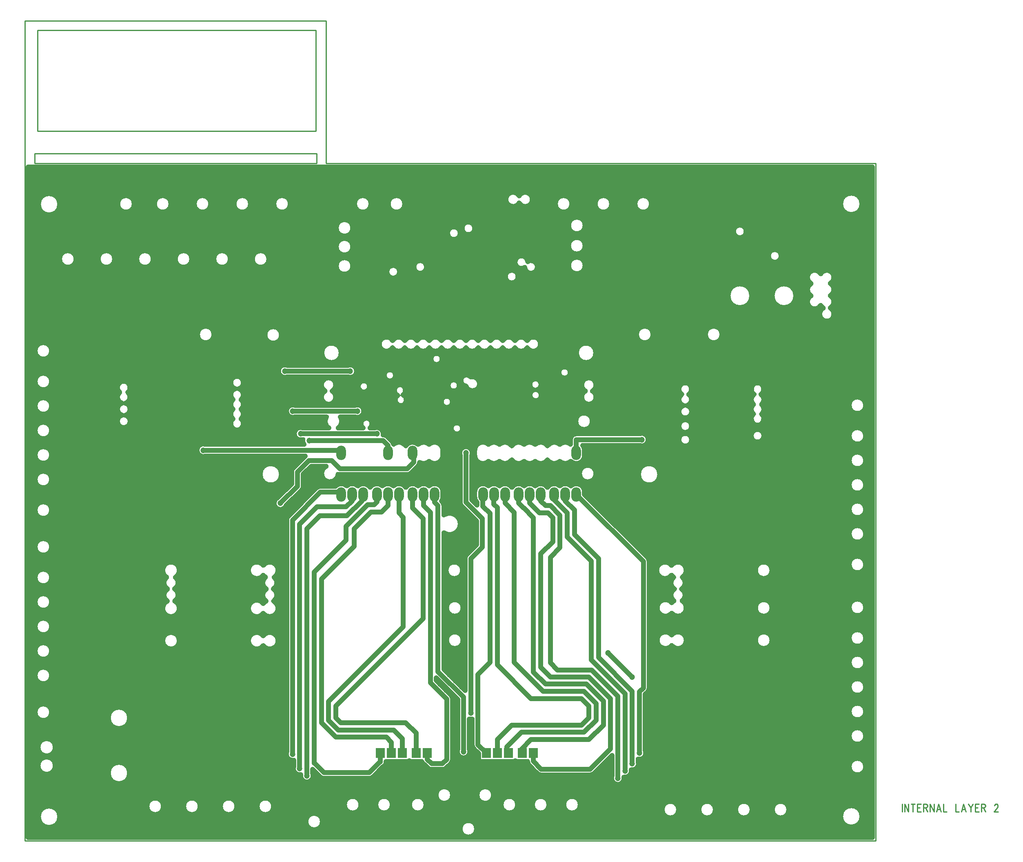
<source format=gbr>
*
*
G04 PADS9.1 Build Number: 392894 generated Gerber (RS-274-X) file*
G04 PC Version=2.1*
*
%IN "2FOC_AdC.pcb"*%
*
%MOMM*%
*
%FSLAX35Y35*%
*
*
*
*
G04 PC Standard Apertures*
*
*
G04 Thermal Relief Aperture macro.*
%AMTER*
1,1,$1,0,0*
1,0,$1-$2,0,0*
21,0,$3,$4,0,0,45*
21,0,$3,$4,0,0,135*
%
*
*
G04 Annular Aperture macro.*
%AMANN*
1,1,$1,0,0*
1,0,$2,0,0*
%
*
*
G04 Odd Aperture macro.*
%AMODD*
1,1,$1,0,0*
1,0,$1-0.005,0,0*
%
*
*
G04 PC Custom Aperture Macros*
*
*
*
*
*
*
G04 PC Aperture Table*
*
%ADD030C,3.5*%
%ADD039R,1.905X2.1336*%
%ADD079C,0.0254*%
%ADD134C,0.254*%
%ADD138C,1*%
%ADD144C,2*%
%ADD165O,2X3*%
%ADD171C,1.524*%
%ADD173C,1.2*%
%ADD194O,3X3*%
*
*
*
*
G04 PC Circuitry*
G04 Layer Name 2FOC_AdC.pcb - circuitry*
%LPD*%
*
*
G04 PC Custom Flashes*
G04 Layer Name 2FOC_AdC.pcb - flashes*
%LPD*%
*
*
G04 PC Circuitry*
G04 Layer Name 2FOC_AdC.pcb - circuitry*
%LPD*%
*
G54D30*
G01X15790800Y11803000D03*
G54D39*
X7875400Y2320000D03*
X8104000D03*
X8332600D03*
X8615400D03*
X8844000D03*
X10075400D03*
X10304000D03*
X10532600D03*
X10815400D03*
X11044000D03*
G54D79*
G54D134*
X18700000Y1266688D02*
Y1100000D01*
X18751955Y1266688D02*
Y1100000D01*
Y1266688D02*
X18832773Y1100000D01*
Y1266688D02*
Y1100000D01*
X18925136Y1266688D02*
Y1100000D01*
X18884727Y1266688D02*
X18965545D01*
X19017500D02*
Y1100000D01*
Y1266688D02*
X19092545D01*
X19017500Y1187313D02*
X19063682D01*
X19017500Y1100000D02*
X19092545D01*
X19144500Y1266688D02*
Y1100000D01*
Y1266688D02*
X19196455D01*
X19196455D02*
X19213773Y1258750D01*
X19219545Y1250813*
X19219545D02*
X19225318Y1234938D01*
X19225318D02*
Y1219063D01*
X19225318D02*
X19219545Y1203188D01*
X19219545D02*
X19213773Y1195250D01*
X19196455Y1187313*
X19196455D02*
X19144500D01*
X19184909D02*
X19225318Y1100000D01*
X19277273Y1266688D02*
Y1100000D01*
Y1266688D02*
X19358091Y1100000D01*
Y1266688D02*
Y1100000D01*
X19456227Y1266688D02*
X19410045Y1100000D01*
X19456227Y1266688D02*
X19502409Y1100000D01*
X19427364Y1155563D02*
X19485091D01*
X19554364Y1266688D02*
Y1100000D01*
X19623636*
X19808364Y1266688D02*
Y1100000D01*
X19877636*
X19975773Y1266688D02*
X19929591Y1100000D01*
X19975773Y1266688D02*
X20021955Y1100000D01*
X19946909Y1155563D02*
X20004636D01*
X20073909Y1266688D02*
X20120091Y1187313D01*
X20120091D02*
Y1100000D01*
X20166273Y1266688D02*
X20120091Y1187313D01*
X20218227Y1266688D02*
Y1100000D01*
Y1266688D02*
X20293273D01*
X20218227Y1187313D02*
X20264409D01*
X20218227Y1100000D02*
X20293273D01*
X20345227Y1266688D02*
Y1100000D01*
Y1266688D02*
X20397182D01*
X20397182D02*
X20414500Y1258750D01*
X20420273Y1250813*
X20420273D02*
X20426045Y1234938D01*
X20426045D02*
Y1219063D01*
X20426045D02*
X20420273Y1203188D01*
X20420273D02*
X20414500Y1195250D01*
X20397182Y1187313*
X20397182D02*
X20345227D01*
X20385636D02*
X20426045Y1100000D01*
X20616545Y1227000D02*
Y1234938D01*
X20616545D02*
X20622318Y1250813D01*
X20622318D02*
X20628091Y1258750D01*
X20639636Y1266688*
X20639636D02*
X20662727D01*
X20662727D02*
X20674273Y1258750D01*
X20680045Y1250813*
X20680045D02*
X20685818Y1234938D01*
X20685818D02*
Y1219063D01*
X20685818D02*
X20680045Y1203188D01*
X20680045D02*
X20668500Y1179375D01*
X20610773Y1100000*
X20691591*
X500000Y500000D02*
X18153000D01*
Y14550000*
X6750000*
Y17500000*
X500000*
Y500000*
X760000Y17312300D02*
X6539000D01*
Y15216800*
X760000*
Y17312300*
X6550000Y14550000D02*
X700000D01*
Y14750000*
X6550000*
Y14550000*
G54D138*
X6350000Y1850000D02*
Y6970000D01*
X6360000Y6980000*
Y6982500*
X6620000Y7242500*
X7182500*
X7490000Y7550000*
Y7655400*
X7519600Y7685000*
X6195500Y2004500D02*
Y7060000D01*
X6560000Y7424500*
X7164500*
X7290000Y7550000*
Y7685000*
X7291000*
X6195500Y2004500D02*
X6200000Y2000000D01*
X6500000Y2110000D02*
Y6070000D01*
X7160000Y6730000*
Y7020000*
X7610000Y7470000*
X7742400*
X7802400Y7530000*
Y7685000*
X6500000Y2110000D02*
X6510000D01*
X6705000Y1915000*
X7640000*
X7865000Y2140000*
X7875400*
Y2320000*
X6050000Y2300000D02*
Y7150000D01*
X6630000Y7730000*
X7017400*
X7062400Y7685000*
X8844000Y2320000D02*
Y2190000D01*
X8850000*
X8940000Y2100000*
X9160000*
X9250000Y2190000*
Y3440000*
X10300000Y2600000D02*
Y2320000D01*
X10304000*
X10300000Y2600000D02*
X10600000Y2900000D01*
X12050000*
X12200000Y3050000*
Y3300000*
X10800000Y2400000D02*
Y2320000D01*
X10815400*
X10800000Y2400000D02*
X11000000Y2600000D01*
X12200000*
X12500000Y2900000*
Y3400000*
X10500000Y2450000D02*
Y2320000D01*
X10532600*
X10500000Y2450000D02*
X10800000Y2750000D01*
X12100000*
X12350000Y3000000*
Y3350000*
X9900000Y2495400D02*
Y3950000D01*
X10150000Y4200000*
X9900000Y2495400D02*
X10075400Y2320000D01*
X11044000D02*
X11050000D01*
Y2150000*
X11212500Y1987500*
X12227500*
X12650000Y2410000*
Y3450000*
X13250000Y2320000D02*
Y3590000D01*
X13330000Y3670000*
X6800000Y3390000D02*
Y3000000D01*
X7000000Y2800000*
X8150000*
X8332600Y2617400*
Y2320000*
X6800000Y3390000D02*
X8350000Y4940000D01*
Y7080000*
X6950000Y3050000D02*
Y3300000D01*
X8761800Y5111800*
X6950000Y3050000D02*
X7050000Y2950000D01*
X8400000*
X8615400Y2734600*
Y2320000*
X9750000Y3150000D02*
Y6350000D01*
X9990000Y6590000*
X11400000Y4190000D02*
Y6380000D01*
X11600000Y6580000*
Y6750000*
X11400000Y4190000D02*
X11545000Y4045000D01*
X12255000*
X12800000Y3500000*
Y1800000*
X12600000Y4400000D02*
X13100000Y3900000D01*
X6650000Y5930000D02*
Y2950000D01*
X6950000Y2650000*
X8000000*
X8104000Y2546000*
Y2320000*
X6650000Y5930000D02*
X7330000Y6610000D01*
Y6970000*
X7680000Y7320000*
X7901000*
X8031000Y7450000*
Y7685000*
X11200000Y6450000D02*
Y4100000D01*
X11400000Y3900000*
X12200000*
X12650000Y3450000*
X11200000Y6450000D02*
X11450000Y6700000D01*
Y7072400*
X5800000Y7500000D02*
X6153213Y7853213D01*
Y8150792*
X6389183Y8386762*
X6861125*
X7033187Y8214700*
X7033187D02*
X8429346D01*
X8566996Y8352350*
Y8520404*
X8542400Y7685000D02*
Y7400000D01*
X8761800Y7180600*
Y5111800*
X8771000Y7685000D02*
Y7450000D01*
X8910000Y7311000*
Y3780000*
X9250000Y3440000*
X8260500Y7685000D02*
Y7300000D01*
X8350000Y7210500*
Y7080000*
X8999600Y7685000D02*
Y7520400D01*
X9070000Y7450000*
Y4010000*
X9600000Y3480000*
Y2350000*
X10230000Y7685000D02*
Y7480000D01*
X10300000Y7410000*
Y4150000*
X11000000Y3450000*
X12050000*
X12200000Y3300000*
X10230000Y7685000D02*
X10231000D01*
X10000000Y7440000D02*
Y7682600D01*
X10002400Y7685000*
X10000000Y7440000D02*
X10150000Y7290000D01*
Y4200000*
X10742400Y7685000D02*
Y7500000D01*
X10842400Y7400000*
X10850000*
X11050000Y7200000*
Y4000000*
X11300000Y3750000*
X12150000*
X12500000Y3400000*
X10459600Y7685000D02*
Y7500000D01*
X10650000Y7309600*
Y4200000*
X11250000Y3600000*
X12100000*
X12350000Y3350000*
X11482400Y7685000D02*
Y7567600D01*
X11750000Y7300000*
Y6800000*
X12250000Y6300000*
Y4250000*
X12950000Y3550000*
Y1950000*
X11711000Y7685000D02*
Y7550000D01*
X11900000Y7361000*
Y6850000*
X12400000Y6350000*
Y4300000*
X13100000Y3600000*
Y2100000*
X11199600Y7685000D02*
Y7550000D01*
X11299600Y7450000*
X11400000*
X11600000Y7250000*
Y6750000*
X10971000Y7685000D02*
Y7500000D01*
X11171000Y7300000*
X11350000*
X11450000Y7200000*
Y7072400*
X11939600Y7685000D02*
X13330000Y6294600D01*
Y3670000*
X4200000Y8600000D02*
X7007400D01*
X7062400Y8545000*
X6395674Y8796812D02*
X7934188D01*
X8031000Y8700000*
Y8545000*
X6218170Y8940410D02*
X7802000D01*
X8542400Y8545000D02*
X8566996Y8520404D01*
X9650000Y8545000D02*
Y7520000D01*
X9990000Y7180000*
Y6590000*
X11939600Y8545000D02*
Y8820000D01*
X13300000*
X6056622Y9411094D02*
X7400000D01*
X5890000Y10240000D02*
X7250000D01*
X17865001Y1008000D02*
G75*
G03X17865001I-220001J0D01*
G01X17942001Y2039000D02*
G03X17942001I-170001J0D01*
G01Y2674000D02*
G03X17942001I-170001J0D01*
G01Y3182000D02*
G03X17942001I-170001J0D01*
G01Y3690000D02*
G03X17942001I-170001J0D01*
G01Y4198000D02*
G03X17942001I-170001J0D01*
G01Y4706000D02*
G03X17942001I-170001J0D01*
G01Y5341000D02*
G03X17942001I-170001J0D01*
G01Y6230000D02*
G03X17942001I-170001J0D01*
G01Y6865000D02*
G03X17942001I-170001J0D01*
G01Y7373000D02*
G03X17942001I-170001J0D01*
G01Y7881000D02*
G03X17942001I-170001J0D01*
G01Y8389000D02*
G03X17942001I-170001J0D01*
G01Y8897000D02*
G03X17942001I-170001J0D01*
G01Y9532000D02*
G03X17942001I-170001J0D01*
G01X17865001Y13708000D02*
G03X17865001I-220001J0D01*
G01X16348001Y1148000D02*
G03X16348001I-170001J0D01*
G01X16493001Y11803000D02*
G03X16493001I-245001J0D01*
G01X15998001Y4660000D02*
G03X15998001I-170001J0D01*
G01Y5330000D02*
G03X15998001I-170001J0D01*
G01Y6110000D02*
G03X15998001I-170001J0D01*
G01X16188001Y12629000D02*
G03X16188001I-130001J0D01*
G01X15586001Y1148000D02*
G03X15586001I-170001J0D01*
G01X15830001Y8900000D02*
G03X15830001I-130001J0D01*
G01X15578601Y11803000D02*
G03X15578601I-245001J0D01*
G01X15464001Y13137000D02*
G03X15464001I-130001J0D01*
G01X14824001Y1148000D02*
G03X14824001I-170001J0D01*
G01X14960001Y11000000D02*
G03X14960001I-170001J0D01*
G01X14062001Y1148000D02*
G03X14062001I-170001J0D01*
G01X14330001Y8818000D02*
G03X14330001I-130001J0D01*
G01Y9100000D02*
G03X14330001I-130001J0D01*
G01X13670001Y8100000D02*
G03X13670001I-220001J0D01*
G01X12346269Y8115105D02*
G03X12346269I-170000J0D01*
G01X13530001Y11000000D02*
G03X13530001I-170001J0D01*
G01X13497001Y13708000D02*
G03X13497001I-170001J0D01*
G01X12270001Y9200000D02*
G03X12270001I-170001J0D01*
G01X12342601Y10618500D02*
G03X12342601I-200001J0D01*
G01X12671501Y13708000D02*
G03X12671501I-170001J0D01*
G01X11811001Y10212400D02*
G03X11811001I-115001J0D01*
G01X12120001Y12430000D02*
G03X12120001I-170001J0D01*
G01Y12840000D02*
G03X12120001I-170001J0D01*
G01Y13260000D02*
G03X12120001I-170001J0D01*
G01X11846001Y13708000D02*
G03X11846001I-170001J0D01*
G01X9576001Y9052400D02*
G03X9576001I-115001J0D01*
G01X9368001Y9602400D02*
G03X9368001I-115001J0D01*
G01X9511001Y9942400D02*
G03X9511001I-115001J0D01*
G01X9156001Y10492400D02*
G03X9156001I-115001J0D01*
G01X8186001Y10152400D02*
G03X8186001I-115001J0D01*
G01X10730001Y12200000D02*
G03X10730001I-130001J0D01*
G01X9830001Y13200000D02*
G03X9830001I-130001J0D01*
G01X9530001Y13100000D02*
G03X9530001I-130001J0D01*
G01X8830001Y12400000D02*
G03X8830001I-130001J0D01*
G01X8270001Y12300000D02*
G03X8270001I-130001J0D01*
G01X8378501Y13708000D02*
G03X8378501I-170001J0D01*
G01X7646001Y9922400D02*
G03X7646001I-115001J0D01*
G01X7678501Y13708000D02*
G03X7678501I-170001J0D01*
G01X7059401Y10618500D02*
G03X7059401I-200001J0D01*
G01X7300001Y12420000D02*
G03X7300001I-170001J0D01*
G01Y12820000D02*
G03X7300001I-170001J0D01*
G01Y13210000D02*
G03X7300001I-170001J0D01*
G01X5820001Y10990000D02*
G03X5820001I-170001J0D01*
G01X6004001Y13708000D02*
G03X6004001I-170001J0D01*
G01X5559501Y12565000D02*
G03X5559501I-170001J0D01*
G01X5178501Y13708000D02*
G03X5178501I-170001J0D01*
G01X4420001Y11000000D02*
G03X4420001I-170001J0D01*
G01X4759501Y12565000D02*
G03X4759501I-170001J0D01*
G01X4353001Y13708000D02*
G03X4353001I-170001J0D01*
G01X3372001Y1216000D02*
G03X3372001I-170001J0D01*
G01X3700001Y4650000D02*
G03X3700001I-170001J0D01*
G01X3959501Y12565000D02*
G03X3959501I-170001J0D01*
G01X3527501Y13708000D02*
G03X3527501I-170001J0D01*
G01X3159501Y12565000D02*
G03X3159501I-170001J0D01*
G01X2670001Y1907000D02*
G03X2670001I-220001J0D01*
G01Y3050000D02*
G03X2670001I-220001J0D01*
G01X2765501Y13708000D02*
G03X2765501I-170001J0D01*
G01X2359501Y12565000D02*
G03X2359501I-170001J0D01*
G01X1220001Y1000000D02*
G03X1220001I-220001J0D01*
G01X1559501Y12565000D02*
G03X1559501I-170001J0D01*
G01X1127951Y2059500D02*
G03X1127951I-177951J0D01*
G01Y2440500D02*
G03X1127951I-177951J0D01*
G01X1051001Y3167000D02*
G03X1051001I-170001J0D01*
G01Y3929000D02*
G03X1051001I-170001J0D01*
G01Y4437000D02*
G03X1051001I-170001J0D01*
G01Y4945000D02*
G03X1051001I-170001J0D01*
G01Y5453000D02*
G03X1051001I-170001J0D01*
G01Y5961000D02*
G03X1051001I-170001J0D01*
G01Y6596000D02*
G03X1051001I-170001J0D01*
G01Y7358000D02*
G03X1051001I-170001J0D01*
G01Y7993000D02*
G03X1051001I-170001J0D01*
G01Y8501000D02*
G03X1051001I-170001J0D01*
G01Y9009000D02*
G03X1051001I-170001J0D01*
G01Y9517000D02*
G03X1051001I-170001J0D01*
G01Y10025000D02*
G03X1051001I-170001J0D01*
G01Y10660000D02*
G03X1051001I-170001J0D01*
G01X1220001Y13700000D02*
G03X1220001I-220001J0D01*
G01X5820001Y8100000D02*
G03X5820001I-220001J0D01*
G01X4896001Y1216000D02*
G03X4896001I-170001J0D01*
G01X4134001D02*
G03X4134001I-170001J0D01*
G01X5658001D02*
G03X5658001I-170001J0D01*
G01X9370001Y1450000D02*
G03X9370001I-170001J0D01*
G01X8820001Y1250000D02*
G03X8820001I-170001J0D01*
G01X8120001D02*
G03X8120001I-170001J0D01*
G01X7470001D02*
G03X7470001I-170001J0D01*
G01X6670001Y900000D02*
G03X6670001I-170001J0D01*
G01X9588001Y4660000D02*
G03X9588001I-170001J0D01*
G01Y5330000D02*
G03X9588001I-170001J0D01*
G01X9578001Y6110000D02*
G03X9578001I-170001J0D01*
G01X9870001Y750000D02*
G03X9870001I-170001J0D01*
G01X12020001Y1250000D02*
G03X12020001I-170001J0D01*
G01X11370001D02*
G03X11370001I-170001J0D01*
G01X10720001D02*
G03X10720001I-170001J0D01*
G01X10220001Y1450000D02*
G03X10220001I-170001J0D01*
G01X18082999Y570001D02*
Y14470000D01*
X18082999D02*
X570001D01*
X570001D02*
Y570001D01*
X570001D02*
X18082999D01*
X17865001Y1008000D02*
G03X17865001I-220001J0D01*
G01X17942001Y2039000D02*
G03X17942001I-170001J0D01*
G01Y2674000D02*
G03X17942001I-170001J0D01*
G01Y3182000D02*
G03X17942001I-170001J0D01*
G01Y3690000D02*
G03X17942001I-170001J0D01*
G01Y4198000D02*
G03X17942001I-170001J0D01*
G01Y4706000D02*
G03X17942001I-170001J0D01*
G01Y5341000D02*
G03X17942001I-170001J0D01*
G01Y6230000D02*
G03X17942001I-170001J0D01*
G01Y6865000D02*
G03X17942001I-170001J0D01*
G01Y7373000D02*
G03X17942001I-170001J0D01*
G01Y7881000D02*
G03X17942001I-170001J0D01*
G01Y8389000D02*
G03X17942001I-170001J0D01*
G01Y8897000D02*
G03X17942001I-170001J0D01*
G01Y9532000D02*
G03X17942001I-170001J0D01*
G01X17865001Y13708000D02*
G03X17865001I-220001J0D01*
G01X17209426Y12057000D02*
G03X17010000Y12256426I-72426J127000D01*
G01X17209426Y11803000D02*
G03Y12057000I-72426J127000D01*
G01Y11549000D02*
G03Y11803000I-72426J127000D01*
G01X17064574Y11549000D02*
G03X17209426I72426J-127000D01*
G01X17010000Y11603574D02*
G03X17064574Y11549000I127000J72426D01*
G01X16810574Y11803000D02*
G03X17010000Y11603574I72426J-127000D01*
G01X16810574Y12057000D02*
G03Y11803000I72426J-127000D01*
G01X17010000Y12256426D02*
G03X16810574Y12057000I-127000J-72426D01*
G01X16348001Y1148000D02*
G03X16348001I-170001J0D01*
G01X16493001Y11803000D02*
G03X16493001I-245001J0D01*
G01X15998001Y4660000D02*
G03X15998001I-170001J0D01*
G01Y5330000D02*
G03X15998001I-170001J0D01*
G01Y6110000D02*
G03X15998001I-170001J0D01*
G01X16188001Y12629000D02*
G03X16188001I-130001J0D01*
G01X15586001Y1148000D02*
G03X15586001I-170001J0D01*
G01X15830001Y8900000D02*
G03X15830001I-130001J0D01*
G01X15770846Y9759000D02*
G03X15629154I-70846J109000D01*
G01X15783067Y9550000D02*
G03X15770846Y9759000I-83067J100000D01*
G01X15783067Y9350000D02*
G03Y9550000I-83067J100000D01*
G01X15616933Y9350000D02*
G03X15783067I83067J-100000D01*
G01X15616933Y9550000D02*
G03Y9350000I83067J-100000D01*
G01X15629154Y9759000D02*
G03X15616933Y9550000I70846J-109000D01*
G01X15578601Y11803000D02*
G03X15578601I-245001J0D01*
G01X15464001Y13137000D02*
G03X15464001I-130001J0D01*
G01X14824001Y1148000D02*
G03X14824001I-170001J0D01*
G01X14960001Y11000000D02*
G03X14960001I-170001J0D01*
G01X14062001Y1148000D02*
G03X14062001I-170001J0D01*
G01X13919000Y4551653D02*
G03Y4768347I131000J108347D01*
G01X13919000D02*
G03Y4551653I-131000J-108347D01*
G01X14139599Y5965528D02*
G03X13914000Y6212001I-89599J144472D01*
G01X14122426Y5723000D02*
G03X14139599Y5965528I-72426J127000D01*
G01X14135137Y5477146D02*
G03X14122426Y5723000I-85137J118854D01*
G01X13919000Y5221653D02*
G03X14135137Y5477146I131000J108347D01*
G01X13919000Y5438347D02*
G03Y5221653I-131000J-108347D01*
G01X13964863Y5477146D02*
G03X13919000Y5438347I85137J-147146D01*
G01X13977574Y5723000D02*
G03X13964863Y5477146I72426J-127000D01*
G01X13960401Y5965528D02*
G03X13977574Y5723000I89599J-115528D01*
G01X13914000Y6007999D02*
G03X13960401Y5965528I136000J102001D01*
G01X13914000Y6212001D02*
G03Y6007999I-136000J-102001D01*
G01X14330001Y8818000D02*
G03X14330001I-130001J0D01*
G01Y9100000D02*
G03X14330001I-130001J0D01*
G01X14270846Y9759000D02*
G03X14129154I-70846J109000D01*
G01X14235709Y9525000D02*
G03X14270846Y9759000I-35709J125000D01*
G01X14164291Y9525000D02*
G03X14235709I35709J-125000D01*
G01X14129154Y9759000D02*
G03X14164291Y9525000I70846J-109000D01*
G01X13450000Y6294600D02*
Y3670000D01*
X13414853Y3585147D02*
G03X13450000Y3670000I-84853J84853D01*
G01X13414853Y3585147D02*
X13370001Y3540294D01*
X13370001D02*
Y2370000D01*
X13220001Y2193508D02*
G03X13370000Y2370000I29999J126492D01*
G01X13220001Y2193508D02*
Y2150000D01*
X13078151Y1971849D02*
G03X13220000Y2150000I21849J128151D01*
G01X12928151Y1821849D02*
G03X13078151Y1971849I21849J128151D01*
G01X12680000Y1850000D02*
G03X12928151Y1821849I120000J-50000D01*
G01X12679999Y1850000D02*
Y2270293D01*
X12679999D02*
X12312353Y1902647D01*
X12227500Y1867499D02*
G03X12312353Y1902647I0J120001D01*
G01X12227500Y1867499D02*
X11212500D01*
X11127647Y1902647D02*
G03X11212500Y1867499I84853J84853D01*
G01X11127647Y1902647D02*
X10965147Y2065147D01*
X10930071Y2145858D02*
G03X10965147Y2065147I119929J4142D01*
G01X10929700Y2145962D02*
G03X10930071Y2145858I19050J67358D01*
G01X10910650Y2143320D02*
G03X10929700Y2145962I0J70000D01*
G01X10910650Y2143319D02*
X10720150D01*
X10674000Y2160687D02*
G03X10720150Y2143319I46150J52633D01*
G01X10627850D02*
G03X10674000Y2160687I0J70001D01*
G01X10627850Y2143319D02*
X10437350D01*
X10418300Y2145961D02*
G03X10437350Y2143319I19050J67359D01*
G01X10399250Y2143320D02*
G03X10418300Y2145962I0J70000D01*
G01X10399250Y2143319D02*
X10208750D01*
X10189700Y2145961D02*
G03X10208750Y2143319I19050J67359D01*
G01X10170650Y2143320D02*
G03X10189700Y2145962I0J70000D01*
G01X10170650Y2143319D02*
X9980150D01*
X9910149Y2213320D02*
G03X9980150Y2143319I70001J0D01*
G01X9910149Y2213320D02*
Y2315544D01*
X9910149D02*
X9815147Y2410547D01*
X9779999Y2495400D02*
G03X9815147Y2410547I120001J0D01*
G01X9779999Y2495400D02*
Y3023508D01*
X9720001D02*
G03X9779999I29999J126492D01*
G01X9720001D02*
Y2400000D01*
X9480000D02*
G03X9720000I120000J-50000D01*
G01X9479999D02*
Y3430294D01*
X9479999D02*
X9030001Y3880293D01*
X9030001D02*
Y3829706D01*
X9030001D02*
X9334853Y3524853D01*
X9370001Y3440000D02*
G03X9334853Y3524853I-120001J0D01*
G01X9370001Y3440000D02*
Y2190000D01*
X9334853Y2105147D02*
G03X9370001Y2190000I-84853J84853D01*
G01X9334853Y2105147D02*
X9244853Y2015147D01*
X9160000Y1979999D02*
G03X9244853Y2015147I0J120001D01*
G01X9160000Y1979999D02*
X8940000D01*
X8855147Y2015147D02*
G03X8940000Y1979999I84853J84853D01*
G01X8855147Y2015147D02*
X8784510Y2085783D01*
X8732680Y2145189D02*
G03X8784510Y2085784I111320J44811D01*
G01X8729700Y2145962D02*
G03X8732680Y2145189I19050J67358D01*
G01X8710650Y2143320D02*
G03X8729700Y2145962I0J70000D01*
G01X8710650Y2143319D02*
X8520150D01*
X8474000Y2160687D02*
G03X8520150Y2143319I46150J52633D01*
G01X8427850D02*
G03X8474000Y2160687I0J70001D01*
G01X8427850Y2143319D02*
X8237350D01*
X8218300Y2145961D02*
G03X8237350Y2143319I19050J67359D01*
G01X8199250Y2143320D02*
G03X8218300Y2145962I0J70000D01*
G01X8199250Y2143319D02*
X8008750D01*
X7995401Y2144604D02*
G03X8008750Y2143319I13349J68716D01*
G01X7995401Y2144604D02*
Y2140000D01*
X7925805Y2031099D02*
G03X7995401Y2140000I-50405J108901D01*
G01X7925805Y2031099D02*
X7724853Y1830147D01*
X7640000Y1794999D02*
G03X7724853Y1830147I0J120001D01*
G01X7640000Y1794999D02*
X6705000D01*
X6620147Y1830147D02*
G03X6705000Y1794999I84853J84853D01*
G01X6620147Y1830147D02*
X6470001Y1980293D01*
X6470001D02*
Y1900000D01*
X6221849Y1871849D02*
G03X6470000Y1900000I128151J-21849D01*
G01X6075500Y2037413D02*
G03X6221849Y1871849I124500J-37413D01*
G01X6075499Y2037413D02*
Y2172525D01*
X5930000Y2350000D02*
G03X6075499Y2172525I120000J-50000D01*
G01X5929999Y2350000D02*
Y7150000D01*
X5965147Y7234853D02*
G03X5929999Y7150000I84853J-84853D01*
G01X5965147Y7234853D02*
X6545147Y7814853D01*
X6630000Y7850001D02*
G03X6545147Y7814853I0J-120001D01*
G01X6630000Y7850001D02*
X6937200D01*
X7176700Y7860840D02*
G03X6937200Y7850000I-114300J-125840D01*
G01X7405300Y7860840D02*
G03X7176700I-114300J-125840D01*
G01X7661000Y7829373D02*
G03X7405300Y7860840I-141400J-94373D01*
G01X7916700D02*
G03X7661000Y7829373I-114300J-125840D01*
G01X8145750Y7860430D02*
G03X7916700Y7860840I-114750J-125430D01*
G01X8401450Y7830043D02*
G03X8145750Y7860430I-140950J-95043D01*
G01X8656700Y7860840D02*
G03X8401450Y7830043I-114300J-125840D01*
G01X8885300Y7860840D02*
G03X8656700I-114300J-125840D01*
G01X9169600Y7735000D02*
G03X8885300Y7860840I-170000J0D01*
G01X9169601Y7735000D02*
Y7635000D01*
X9144161Y7545545D02*
G03X9169601Y7635000I-144561J89455D01*
G01X9144161Y7545545D02*
X9154853Y7534853D01*
X9190001Y7450000D02*
G03X9154853Y7534853I-120001J0D01*
G01X9190001Y7450000D02*
Y7256466D01*
Y6888335D02*
G03Y7256465I120499J184065D01*
G01Y6888334D02*
Y4059706D01*
X9190001D02*
X9629999Y3619707D01*
X9629999D02*
Y6350000D01*
X9665147Y6434853D02*
G03X9629999Y6350000I84853J-84853D01*
G01X9665147Y6434853D02*
X9869999Y6639706D01*
X9869999D02*
Y7130294D01*
X9869999D02*
X9565147Y7435147D01*
X9529999Y7520000D02*
G03X9565147Y7435147I120001J0D01*
G01X9529999Y7520000D02*
Y8495000D01*
X9770000D02*
G03X9530000I-120000J50000D01*
G01X9770001D02*
Y7569706D01*
X9770001D02*
X9879999Y7459707D01*
X9879999D02*
Y7517024D01*
X9832400Y7635000D02*
G03X9880000Y7517024I170000J0D01*
G01X9832399Y7635000D02*
Y7735000D01*
X10116700Y7860840D02*
G03X9832399Y7735000I-114300J-125840D01*
G01X10345300Y7860840D02*
G03X10116700I-114300J-125840D01*
G01X10601000Y7829373D02*
G03X10345300Y7860840I-141400J-94373D01*
G01X10856700D02*
G03X10601000Y7829373I-114300J-125840D01*
G01X11085300Y7860840D02*
G03X10856700I-114300J-125840D01*
G01X11341000Y7829373D02*
G03X11085300Y7860840I-141400J-94373D01*
G01X11596700D02*
G03X11341000Y7829373I-114300J-125840D01*
G01X11825300Y7860840D02*
G03X11596700I-114300J-125840D01*
G01X12109600Y7735000D02*
G03X11825300Y7860840I-170000J0D01*
G01X12109601Y7735000D02*
Y7684706D01*
X12109601D02*
X13414853Y6379453D01*
X13450000Y6294600D02*
G03X13414853Y6379453I-120000J0D01*
G01X13670001Y8100000D02*
G03X13670001I-220001J0D01*
G01X12346269Y8115105D02*
G03X12346269I-170000J0D01*
G01X13250000Y8700000D02*
G03Y8940000I50000J120000D01*
G01Y8699999D02*
X12073299D01*
X12109601Y8595000D02*
G03X12073298Y8699999I-170001J0D01*
G01X12109601Y8595000D02*
Y8495000D01*
X11825300Y8369160D02*
G03X12109601Y8495000I114300J125840D01*
G01X11596700Y8369160D02*
G03X11825300I114300J125840D01*
G01X11341000Y8400627D02*
G03X11596700Y8369160I141400J94373D01*
G01X11085300D02*
G03X11341000Y8400627I114300J125840D01*
G01X10856700Y8369160D02*
G03X11085300I114300J125840D01*
G01X10601000Y8400627D02*
G03X10856700Y8369160I141400J94373D01*
G01X10345300D02*
G03X10601000Y8400627I114300J125840D01*
G01X10116700Y8369160D02*
G03X10345300I114300J125840D01*
G01X9832400Y8495000D02*
G03X10116700Y8369160I170000J0D01*
G01X9832399Y8495000D02*
Y8595000D01*
X10116700Y8720840D02*
G03X9832399Y8595000I-114300J-125840D01*
G01X10345300Y8720840D02*
G03X10116700I-114300J-125840D01*
G01X10601000Y8689373D02*
G03X10345300Y8720840I-141400J-94373D01*
G01X10856700D02*
G03X10601000Y8689373I-114300J-125840D01*
G01X11085300Y8720840D02*
G03X10856700I-114300J-125840D01*
G01X11341000Y8689373D02*
G03X11085300Y8720840I-141400J-94373D01*
G01X11596700D02*
G03X11341000Y8689373I-114300J-125840D01*
G01X11819599Y8725791D02*
G03X11596700Y8720840I-108599J-130791D01*
G01X11819599Y8725791D02*
Y8820000D01*
X11939600Y8940001D02*
G03X11819599Y8820000I0J-120001D01*
G01X11939600Y8940001D02*
X13250000D01*
X13530001Y11000000D02*
G03X13530001I-170001J0D01*
G01X13497001Y13708000D02*
G03X13497001I-170001J0D01*
G01X12270001Y9200000D02*
G03X12270001I-170001J0D01*
G01X12272426Y9827000D02*
G03X12127574I-72426J127000D01*
X12272426I72426J-127000*
G01X12342601Y10618500D02*
G03X12342601I-200001J0D01*
G01X12671501Y13708000D02*
G03X12671501I-170001J0D01*
G01X11811001Y10212400D02*
G03X11811001I-115001J0D01*
G01X12120001Y12430000D02*
G03X12120001I-170001J0D01*
G01Y12840000D02*
G03X12120001I-170001J0D01*
G01Y13260000D02*
G03X12120001I-170001J0D01*
G01X11846001Y13708000D02*
G03X11846001I-170001J0D01*
G01X11061749Y9851182D02*
G03X11125251Y9852618I34251J-109782D01*
X11061749Y9851182I-34251J109782*
G01X9576001Y9052400D02*
G03X9576001I-115001J0D01*
G01X9649214Y9930605D02*
G03X9749949Y10117892I137191J46944D01*
X9649214Y9930605I-88949J-72892*
G01X9169601Y8595000D02*
Y8495000D01*
X8885300Y8369160D02*
G03X9169601Y8495000I114300J125840D01*
G01X8686889Y8347266D02*
G03X8885300Y8369160I84111J147734D01*
G01X8651849Y8267497D02*
G03X8686888Y8347266I-84853J84853D01*
G01X8651849Y8267497D02*
X8514199Y8129847D01*
X8429346Y8094700D02*
G03X8514199Y8129847I0J120000D01*
G01X8429346Y8094700D02*
X7033187D01*
X6995660Y8100718D02*
G03X7033187Y8094700I37527J113982D01*
G01X6749455Y8266762D02*
G03X6995660Y8100718I76814J-151657D01*
G01X6749455Y8266762D02*
X6438889D01*
X6273213Y8101086*
Y7853213*
X6238066Y7768360D02*
G03X6273213Y7853213I-84853J84853D01*
G01X6238066Y7768359D02*
X5920209Y7450502D01*
X5750502Y7620209D02*
G03X5920209Y7450502I49498J-120209D01*
G01X5750502Y7620209D02*
X6033212Y7902919D01*
X6033212D02*
Y8150792D01*
X6068360Y8235645D02*
G03X6033212Y8150792I84853J-84853D01*
G01X6068359Y8235645D02*
X6304330Y8471615D01*
X6313639Y8479999D02*
G03X6304330Y8471615I75544J-93237D01*
G01X6313639Y8479999D02*
X4250000D01*
Y8720000D02*
G03Y8480000I-50000J-120000D01*
G01Y8720001D02*
X6290792D01*
X6267805Y8820258D02*
G03X6290792Y8720001I127869J-23446D01*
G01X6268170Y9060411D02*
G03X6267805Y8820258I-50000J-120001D01*
G01X6268170Y9060411D02*
X6802969D01*
X6756466Y9291094D02*
G03X6802969Y9060411I143534J-91094D01*
G01X6756466Y9291094D02*
X6106622D01*
Y9531095D02*
G03Y9291094I-50000J-120001D01*
G01Y9531095D02*
X7350000D01*
Y9291094D02*
G03Y9531095I50000J120000D01*
G01Y9291094D02*
X7043534D01*
X6997031Y9060411D02*
G03X7043534Y9291094I-97031J139589D01*
G01X6997031Y9060411D02*
X7513897D01*
X7658103D02*
G03X7513897I-72103J89589D01*
G01X7658103D02*
X7752000D01*
X7929841Y8916812D02*
G03X7752000Y9060411I-127841J23598D01*
G01X7929841Y8916812D02*
X7934188D01*
X8019042Y8881665D02*
G03X7934188Y8916812I-84854J-84853D01*
G01X8019042Y8881665D02*
X8115853Y8784853D01*
X8148621Y8723778D02*
G03X8115853Y8784853I-117621J-23778D01*
G01X8401000Y8689373D02*
G03X8148621Y8723778I-141400J-94373D01*
G01X8656700Y8720840D02*
G03X8401000Y8689373I-114300J-125840D01*
G01X8885300Y8720840D02*
G03X8656700I-114300J-125840D01*
G01X9169600Y8595000D02*
G03X8885300Y8720840I-170000J0D01*
G01X9368001Y9602400D02*
G03X9368001I-115001J0D01*
G01X9511001Y9942400D02*
G03X9511001I-115001J0D01*
G01X9156001Y10492400D02*
G03X9156001I-115001J0D01*
G01X8235732Y9736684D02*
G03X8343268Y9745716I62268J-96684D01*
X8235732Y9736684I-62268J96684*
G01X8186001Y10152400D02*
G03X8186001I-115001J0D01*
G01X10921000Y10727574D02*
G03Y10872426I127000J72426D01*
G01X10667000Y10727574D02*
G03X10921000I127000J72426D01*
G01X10413000D02*
G03X10667000I127000J72426D01*
G01X10159000D02*
G03X10413000I127000J72426D01*
G01X9905000D02*
G03X10159000I127000J72426D01*
G01X9651000D02*
G03X9905000I127000J72426D01*
G01X9397000D02*
G03X9651000I127000J72426D01*
G01X9143000D02*
G03X9397000I127000J72426D01*
G01X8889000D02*
G03X9143000I127000J72426D01*
G01X8635000D02*
G03X8889000I127000J72426D01*
G01X8381000D02*
G03X8635000I127000J72426D01*
G01X8127000D02*
G03X8381000I127000J72426D01*
G01X8127000Y10872426D02*
G03Y10727574I-127000J-72426D01*
G01X8381000Y10872426D02*
G03X8127000I-127000J-72426D01*
G01X8635000D02*
G03X8381000I-127000J-72426D01*
G01X8889000D02*
G03X8635000I-127000J-72426D01*
G01X9143000D02*
G03X8889000I-127000J-72426D01*
G01X9397000D02*
G03X9143000I-127000J-72426D01*
G01X9651000D02*
G03X9397000I-127000J-72426D01*
G01X9905000D02*
G03X9651000I-127000J-72426D01*
G01X10159000D02*
G03X9905000I-127000J-72426D01*
G01X10413000D02*
G03X10159000I-127000J-72426D01*
G01X10667000D02*
G03X10413000I-127000J-72426D01*
G01X10921000D02*
G03X10667000I-127000J-72426D01*
G01X10730001Y12200000D02*
G03X10730001I-130001J0D01*
G01X10870335Y12390669D02*
G03X10929665Y12509330I129665J9331D01*
G01X10929665D02*
G03X10870335Y12390670I-129665J-9330D01*
G01X10753000Y13727574D02*
G03Y13872426I127000J72426D01*
Y13727574I-127000J-72426*
G01X9830001Y13200000D02*
G03X9830001I-130001J0D01*
G01X9530001Y13100000D02*
G03X9530001I-130001J0D01*
G01X8830001Y12400000D02*
G03X8830001I-130001J0D01*
G01X8270001Y12300000D02*
G03X8270001I-130001J0D01*
G01X8378501Y13708000D02*
G03X8378501I-170001J0D01*
G01X7646001Y9922400D02*
G03X7646001I-115001J0D01*
G01X6872426Y9827000D02*
G03X6727574I-72426J127000D01*
X6872426I72426J-127000*
G01X7200000Y10120000D02*
G03Y10360000I50000J120000D01*
G01Y10119999D02*
X5940000D01*
Y10360000D02*
G03Y10120000I-50000J-120000D01*
G01Y10360001D02*
X7200000D01*
X7678501Y13708000D02*
G03X7678501I-170001J0D01*
G01X7059401Y10618500D02*
G03X7059401I-200001J0D01*
G01X7300001Y12420000D02*
G03X7300001I-170001J0D01*
G01Y12820000D02*
G03X7300001I-170001J0D01*
G01Y13210000D02*
G03X7300001I-170001J0D01*
G01X5820001Y10990000D02*
G03X5820001I-170001J0D01*
G01X6004001Y13708000D02*
G03X6004001I-170001J0D01*
G01X5559501Y12565000D02*
G03X5559501I-170001J0D01*
G01X4935709Y9875000D02*
G03X4864291I-35709J125000D01*
G01X4983067Y9650000D02*
G03X4935709Y9875000I-83067J100000D01*
G01X4983067Y9450000D02*
G03Y9650000I-83067J100000D01*
G01Y9250000D02*
G03Y9450000I-83067J100000D01*
G01X4816933Y9250000D02*
G03X4983067I83067J-100000D01*
G01X4816933Y9450000D02*
G03Y9250000I83067J-100000D01*
G01Y9650000D02*
G03Y9450000I83067J-100000D01*
G01X4864291Y9875000D02*
G03X4816933Y9650000I35709J-125000D01*
G01X5178501Y13708000D02*
G03X5178501I-170001J0D01*
G01X4420001Y11000000D02*
G03X4420001I-170001J0D01*
G01X4759501Y12565000D02*
G03X4759501I-170001J0D01*
G01X4353001Y13708000D02*
G03X4353001I-170001J0D01*
G01X3372001Y1216000D02*
G03X3372001I-170001J0D01*
G01X3700001Y4650000D02*
G03X3700001I-170001J0D01*
G01X3619599Y5965528D02*
G03X3440401I-89599J144472D01*
G01X3602426Y5723000D02*
G03X3619599Y5965528I-72426J127000D01*
G01X3606860Y5471633D02*
G03X3602426Y5723000I-76860J124367D01*
G01X3453140Y5471633D02*
G03X3606860I76860J-151633D01*
G01X3457574Y5723000D02*
G03X3453140Y5471633I72426J-127000D01*
G01X3440401Y5965528D02*
G03X3457574Y5723000I89599J-115528D01*
G01X3959501Y12565000D02*
G03X3959501I-170001J0D01*
G01X3527501Y13708000D02*
G03X3527501I-170001J0D01*
G01X3159501Y12565000D02*
G03X3159501I-170001J0D01*
G01X2670001Y1907000D02*
G03X2670001I-220001J0D01*
G01Y3050000D02*
G03X2670001I-220001J0D01*
G01X2633067Y9800000D02*
G03X2466933I-83067J100000D01*
G01X2585709Y9575000D02*
G03X2633067Y9800000I-35709J125000D01*
G01X2585709Y9325000D02*
G03Y9575000I-35709J125000D01*
G01X2514291Y9325000D02*
G03X2585709I35709J-125000D01*
G01X2514291Y9575000D02*
G03Y9325000I35709J-125000D01*
G01X2466933Y9800000D02*
G03X2514291Y9575000I83067J-100000D01*
G01X2765501Y13708000D02*
G03X2765501I-170001J0D01*
G01X2359501Y12565000D02*
G03X2359501I-170001J0D01*
G01X1220001Y1000000D02*
G03X1220001I-220001J0D01*
G01X1559501Y12565000D02*
G03X1559501I-170001J0D01*
G01X1127951Y2059500D02*
G03X1127951I-177951J0D01*
G01Y2440500D02*
G03X1127951I-177951J0D01*
G01X1051001Y3167000D02*
G03X1051001I-170001J0D01*
G01Y3929000D02*
G03X1051001I-170001J0D01*
G01Y4437000D02*
G03X1051001I-170001J0D01*
G01Y4945000D02*
G03X1051001I-170001J0D01*
G01Y5453000D02*
G03X1051001I-170001J0D01*
G01Y5961000D02*
G03X1051001I-170001J0D01*
G01Y6596000D02*
G03X1051001I-170001J0D01*
G01Y7358000D02*
G03X1051001I-170001J0D01*
G01Y7993000D02*
G03X1051001I-170001J0D01*
G01Y8501000D02*
G03X1051001I-170001J0D01*
G01Y9009000D02*
G03X1051001I-170001J0D01*
G01Y9517000D02*
G03X1051001I-170001J0D01*
G01Y10025000D02*
G03X1051001I-170001J0D01*
G01Y10660000D02*
G03X1051001I-170001J0D01*
G01X1220001Y13700000D02*
G03X1220001I-220001J0D01*
G01X5820001Y8100000D02*
G03X5820001I-220001J0D01*
G01X4896001Y1216000D02*
G03X4896001I-170001J0D01*
G01X4134001D02*
G03X4134001I-170001J0D01*
G01X5658001D02*
G03X5658001I-170001J0D01*
G01X5444000Y4547999D02*
G03Y4752001I136000J102001D01*
Y4547999I-136000J-102001*
G01X5669599Y5965528D02*
G03X5444000Y6212001I-89599J144472D01*
G01X5652426Y5723000D02*
G03X5669599Y5965528I-72426J127000D01*
G01X5656860Y5471633D02*
G03X5652426Y5723000I-76860J124367D01*
G01X5444000Y5217999D02*
G03X5656860Y5471633I136000J102001D01*
G01X5444000Y5422001D02*
G03Y5217999I-136000J-102001D01*
G01X5503140Y5471633D02*
G03X5444000Y5422001I76860J-151633D01*
G01X5507574Y5723000D02*
G03X5503140Y5471633I72426J-127000D01*
G01X5490401Y5965528D02*
G03X5507574Y5723000I89599J-115528D01*
G01X5444000Y6007999D02*
G03X5490401Y5965528I136000J102001D01*
G01X5444000Y6212001D02*
G03Y6007999I-136000J-102001D01*
G01X9370001Y1450000D02*
G03X9370001I-170001J0D01*
G01X8820001Y1250000D02*
G03X8820001I-170001J0D01*
G01X8120001D02*
G03X8120001I-170001J0D01*
G01X7470001D02*
G03X7470001I-170001J0D01*
G01X6670001Y900000D02*
G03X6670001I-170001J0D01*
G01X9588001Y4660000D02*
G03X9588001I-170001J0D01*
G01Y5330000D02*
G03X9588001I-170001J0D01*
G01X9578001Y6110000D02*
G03X9578001I-170001J0D01*
G01X9870001Y750000D02*
G03X9870001I-170001J0D01*
G01X12020001Y1250000D02*
G03X12020001I-170001J0D01*
G01X11370001D02*
G03X11370001I-170001J0D01*
G01X10720001D02*
G03X10720001I-170001J0D01*
G01X10220001Y1450000D02*
G03X10220001I-170001J0D01*
G01X17638131Y13927893D02*
X18082999Y14372761D01*
X17742656Y13905138D02*
X18082999Y14245482D01*
X17813840Y13849043D02*
X18082999Y14118203D01*
X17857401Y13765325D02*
X18082999Y13990924D01*
X17851515Y13632160D02*
X18082999Y13863644D01*
X16364930Y12018296D02*
X18082999Y13736365D01*
X16435094Y11961181D02*
X18082999Y13609086D01*
X16925177Y12323985D02*
X18082999Y13481807D01*
X17000060Y12271588D02*
X18082999Y13354528D01*
X17179606Y12323855D02*
X18082999Y13227248D01*
X17254298Y12271268D02*
X18082999Y13099969D01*
X17282742Y12172433D02*
X18082999Y12972690D01*
X17254536Y12016948D02*
X18082999Y12845411D01*
X17282693Y11917825D02*
X18082999Y12718132D01*
X17254773Y11762626D02*
X18082999Y12590852D01*
X17282640Y11663214D02*
X18082999Y12463573D01*
X17255009Y11508304D02*
X18082999Y12336294D01*
X17282585Y11408601D02*
X18082999Y12209015D01*
X15820514Y9819250D02*
X18082999Y12081736D01*
X15822385Y9693842D02*
X18082999Y11954456D01*
X15794789Y9538967D02*
X18082999Y11827177D01*
X15829963Y9446861D02*
X18082999Y11699898D01*
X15817015Y9306635D02*
X18082999Y11572619D01*
X15661975Y9024315D02*
X18082999Y11445340D01*
X15772707Y9007768D02*
X18082999Y11318060D01*
X15825633Y8933415D02*
X18082999Y11190781D01*
X13406902Y6387405D02*
X18082999Y11063502D01*
X13449711Y6302934D02*
X18082999Y10936223D01*
X13450000Y6175945D02*
X18082999Y10808944D01*
X13450000Y6048666D02*
X18082999Y10681664D01*
X13806251Y6277637D02*
X18082999Y10554385D01*
X13892003Y6236109D02*
X18082999Y10427106D01*
X14062698Y6279526D02*
X18082999Y10299827D01*
X14154523Y6244071D02*
X18082999Y10172548D01*
X17735842Y9698111D02*
X18082999Y10045268D01*
X17848716Y9683706D02*
X18082999Y9917989D01*
X17915476Y9623186D02*
X18082999Y9790710D01*
X17941715Y9522146D02*
X18082999Y9663431D01*
X14188793Y5641946D02*
X18082999Y9536152D01*
X17737613Y9063486D02*
X18082999Y9408872D01*
X17849641Y9048235D02*
X18082999Y9281593D01*
X17916016Y8987331D02*
X18082999Y9154314D01*
X17941622Y8885657D02*
X18082999Y9027035D01*
X17739013Y8555769D02*
X18082999Y8899756D01*
X17850378Y8539855D02*
X18082999Y8772476D01*
X17916445Y8478643D02*
X18082999Y8645197D01*
X17941537Y8376456D02*
X18082999Y8517918D01*
X17740398Y8048037D02*
X18082999Y8390639D01*
X17851111Y8031471D02*
X18082999Y8263360D01*
X17916871Y7969952D02*
X18082999Y8136080D01*
X17941443Y7867245D02*
X18082999Y8008801D01*
X17741768Y7540291D02*
X18082999Y7881522D01*
X17851842Y7523085D02*
X18082999Y7754243D01*
X17917295Y7461259D02*
X18082999Y7626964D01*
X17941340Y7358025D02*
X18082999Y7499684D01*
X17743124Y7032530D02*
X18082999Y7372405D01*
X17852569Y7014696D02*
X18082999Y7245126D01*
X17917715Y6952563D02*
X18082999Y7117847D01*
X17941226Y6848795D02*
X18082999Y6990568D01*
X15971250Y4751540D02*
X18082999Y6863288D01*
X17744801Y6397811D02*
X18082999Y6736009D01*
X17853474Y6379205D02*
X18082999Y6608730D01*
X17918237Y6316689D02*
X18082999Y6481451D01*
X17941071Y6212243D02*
X18082999Y6354172D01*
X12426107Y570001D02*
X18082999Y6226892D01*
X12553386Y570001D02*
X18082999Y6099613D01*
X12680666Y570001D02*
X18082999Y5972334D01*
X17747114Y5509169D02*
X18082999Y5845055D01*
X17854734Y5489510D02*
X18082999Y5717776D01*
X17918960Y5426457D02*
X18082999Y5590496D01*
X17940825Y5321043D02*
X18082999Y5463217D01*
X14013729Y1266668D02*
X18082999Y5335938D01*
X17748743Y4874402D02*
X18082999Y5208659D01*
X17855628Y4854008D02*
X18082999Y5081380D01*
X17919471Y4790572D02*
X18082999Y4954100D01*
X17940629Y4684451D02*
X18082999Y4826821D01*
X17750033Y4366575D02*
X18082999Y4699542D01*
X17856340Y4345604D02*
X18082999Y4572263D01*
X17919877Y4281861D02*
X18082999Y4444984D01*
X17940460Y4175165D02*
X18082999Y4317704D01*
X17751311Y3858737D02*
X18082999Y4190425D01*
X17857050Y3837196D02*
X18082999Y4063146D01*
X17920279Y3773147D02*
X18082999Y3935867D01*
X17940279Y3665867D02*
X18082999Y3808588D01*
X17752578Y3350887D02*
X18082999Y3681308D01*
X17857756Y3328786D02*
X18082999Y3554029D01*
X17920679Y3264430D02*
X18082999Y3426750D01*
X17940086Y3156557D02*
X18082999Y3299471D01*
X17753835Y2843027D02*
X18082999Y3172192D01*
X17858460Y2820373D02*
X18082999Y3044912D01*
X17921076Y2755710D02*
X18082999Y2917633D01*
X17939880Y2647235D02*
X18082999Y2790354D01*
X15989925Y570001D02*
X18082999Y2663075D01*
X17755391Y2208187D02*
X18082999Y2535796D01*
X17859335Y2184852D02*
X18082999Y2408516D01*
X17921568Y2119806D02*
X18082999Y2281237D01*
X17939605Y2010564D02*
X18082999Y2153958D01*
X16626321Y570001D02*
X18082999Y2026679D01*
X16753600Y570001D02*
X18082999Y1899400D01*
X16880879Y570001D02*
X18082999Y1772120D01*
X17665227Y1227069D02*
X18082999Y1644841D01*
X17760612Y1195174D02*
X18082999Y1517562D01*
X17825907Y1133191D02*
X18082999Y1390283D01*
X17862308Y1042312D02*
X18082999Y1263004D01*
X17811647Y864372D02*
X18082999Y1135724D01*
X17644555Y570001D02*
X18082999Y1008445D01*
X17771834Y570001D02*
X18082999Y881166D01*
X17899113Y570001D02*
X18082999Y753887D01*
X18026392Y570001D02*
X18082999Y626608D01*
X16185221Y12602262D02*
X18052959Y14470000D01*
X16162291Y12706611D02*
X17925680Y14470000D01*
X16499042Y570001D02*
X17800436Y1871395D01*
X15862646Y570001D02*
X17798765Y2506120D01*
X16084642Y12756241D02*
X17798401Y14470000D01*
X15353529Y570001D02*
X17797443Y3013914D01*
X15539372Y1264960D02*
X17796133Y3521721D01*
X14335295Y570001D02*
X17794835Y4029540D01*
X13826179Y570001D02*
X17793549Y4537371D01*
X13932811Y1313029D02*
X17791957Y5172175D01*
X12298828Y570001D02*
X17789757Y6060929D01*
X17517275Y570001D02*
X17788628Y841353D01*
X15904332Y4811900D02*
X17788205Y6695774D01*
X15983043Y5399728D02*
X17786975Y7203660D01*
X13370001Y3295803D02*
X17785755Y7711557D01*
X15844299Y6279217D02*
X17784544Y8219463D01*
X13866668Y4810703D02*
X17783343Y8727378D01*
X14134720Y5715152D02*
X17781854Y9362285D01*
X16266645Y12047290D02*
X17720840Y13501485D01*
X16371763Y570001D02*
X17691194Y1889432D01*
X16345026Y1179660D02*
X17690290Y2524924D01*
X15226250Y570001D02*
X17689570Y3033321D01*
X15459479Y1312346D02*
X17688853Y3541721D01*
X14820472Y1182456D02*
X17688139Y4050123D01*
X13698899Y570001D02*
X17687428Y4558529D01*
X13062503Y570001D02*
X17686543Y5194040D01*
X12171549Y570001D02*
X17685311Y6083763D01*
X15791100Y4825947D02*
X17684437Y6719285D01*
X15925381Y5469345D02*
X17683741Y7227705D01*
X15979190Y6032271D02*
X17683048Y7736129D01*
X14191709Y4753907D02*
X17682357Y8244555D01*
X14214031Y5285346D02*
X17681669Y8752984D01*
X14188654Y5896365D02*
X17680814Y9388524D01*
X15222466Y12021345D02*
X17671121Y14470000D01*
X16244483Y570001D02*
X17626148Y1951665D01*
X16302184Y1264097D02*
X17625627Y2587540D01*
X15098971Y570001D02*
X17625214Y3096244D01*
X14589854Y570001D02*
X17624804Y3604950D01*
X14776553Y1265817D02*
X17624396Y4113660D01*
X13571620Y570001D02*
X17623992Y4622372D01*
X12935224Y570001D02*
X17623490Y5258266D01*
X12044270Y570001D02*
X17622795Y6148526D01*
X13370001Y2532127D02*
X17622304Y6784431D01*
X15828755Y5499999D02*
X17621915Y7293158D01*
X15987758Y6168118D02*
X17621529Y7801889D01*
X14123712Y4813189D02*
X17621145Y8310622D01*
X14203811Y5402405D02*
X17620765Y8819359D01*
X14204845Y6039835D02*
X17620294Y9455284D01*
X17389996Y570001D02*
X17610687Y790692D01*
X14208694Y6170963D02*
X17605889Y9568158D01*
X14145063Y5470937D02*
X17605514Y8931387D01*
X14007965Y4824722D02*
X17605231Y8421987D01*
X15934703Y6242343D02*
X17604963Y7912602D01*
X13370001Y3168523D02*
X17604709Y7403232D01*
X15990431Y5279837D02*
X17604470Y6893876D01*
X15997749Y4650759D02*
X17604189Y6257199D01*
X12807945Y570001D02*
X17603831Y5365886D01*
X14058180Y1183839D02*
X17603598Y4729257D01*
X14696150Y1312692D02*
X17603425Y4219967D01*
X14462575Y570001D02*
X17603263Y3710689D01*
X15582754Y1181063D02*
X17603113Y3201422D01*
X16222799Y1311991D02*
X17602973Y2692165D01*
X16117204Y570001D02*
X17602813Y2055609D01*
X13032076Y8940001D02*
X17587675Y13495599D01*
X12269956Y9196114D02*
X17543842Y14470000D01*
X17262717Y570001D02*
X17519809Y827093D01*
X14959931Y10995134D02*
X17503957Y13539160D01*
X17135438Y570001D02*
X17457826Y892388D01*
X15567452Y11729935D02*
X17447862Y13610344D01*
X17008159Y570001D02*
X17425931Y987773D01*
X15571558Y11861320D02*
X17425107Y13714869D01*
X12241214Y9294651D02*
X17416563Y14470000D01*
X12172873Y9353589D02*
X17289284Y14470000D01*
X12334354Y9642350D02*
X17162005Y14470000D01*
X15810487Y9936503D02*
X17150399Y11276415D01*
X15738785Y9992080D02*
X17050696Y11303991D01*
X14328674Y8836527D02*
X17050374Y11558227D01*
X13525386Y10960661D02*
X17034725Y14470000D01*
X13662511Y8043085D02*
X16997541Y11378115D01*
X13512524Y11075078D02*
X16907446Y14470000D01*
X14282958Y8918090D02*
X16895175Y11530307D01*
X14329765Y9092176D02*
X16796052Y11558464D01*
X14300179Y9317149D02*
X16795732Y11812702D01*
X16489353Y11760881D02*
X16795412Y12066940D01*
X15463029Y13152862D02*
X16780167Y14470000D01*
X14296934Y9186625D02*
X16743276Y11632967D01*
X14315471Y9459720D02*
X16743145Y11887394D01*
X16480737Y11879544D02*
X16743015Y12141823D01*
X15418597Y13235709D02*
X16652888Y14470000D01*
X15322059Y13266451D02*
X16525609Y14470000D01*
X10682383Y8754054D02*
X16398329Y14470000D01*
X14311305Y9582833D02*
X16290119Y11561647D01*
X12309794Y10508744D02*
X16271050Y14470000D01*
X14313885Y9712693D02*
X16171456Y11570263D01*
X15735367Y570001D02*
X16146340Y980974D01*
X12337434Y10663664D02*
X16143771Y14470000D01*
X14329397Y9855483D02*
X16089819Y11615906D01*
X15531032Y11948073D02*
X16084738Y12501779D01*
X15608087Y570001D02*
X16061903Y1023816D01*
X14298950Y9952316D02*
X16032704Y11686070D01*
X12294774Y10748282D02*
X16016492Y14470000D01*
X15480808Y570001D02*
X16014008Y1103201D01*
X14216326Y9996971D02*
X16003710Y11784355D01*
X15465283Y12009603D02*
X15980389Y12524709D01*
X15373182Y12044782D02*
X15930759Y12602358D01*
X13370001Y3423082D02*
X15905729Y5958810D01*
X12221494Y10802282D02*
X15889212Y14470000D01*
X13370001Y2659407D02*
X15878163Y5167569D01*
X11916990Y570001D02*
X15837241Y4490251D01*
X13438610Y3618970D02*
X15769882Y5950242D01*
X12107292Y10815359D02*
X15761933Y14470000D01*
X13370001Y2786686D02*
X15758272Y5174957D01*
X11789711Y570001D02*
X15736460Y4516750D01*
X13450000Y3757640D02*
X15695657Y6003297D01*
X13370001Y2913965D02*
X15688655Y5232619D01*
X13374275Y2281843D02*
X15676100Y4583668D01*
X13343262Y6451044D02*
X15666585Y8774367D01*
X13370001Y2404848D02*
X15662053Y4696900D01*
X14219922Y4654841D02*
X15658783Y6093701D01*
X13370001Y3041244D02*
X15658001Y5329245D01*
X13152343Y6641963D02*
X15643365Y9132985D01*
X11188321Y10023667D02*
X15634654Y14470000D01*
X13025064Y6769242D02*
X15611033Y9355211D01*
X13279623Y6514684D02*
X15592232Y8827293D01*
X12897785Y6896521D02*
X15586996Y9585733D01*
X12834145Y6960161D02*
X15585446Y9711461D01*
X13088704Y6705603D02*
X15580928Y9197827D01*
X12770506Y7023801D02*
X15575920Y9829215D01*
X13215983Y6578323D02*
X15575685Y8938025D01*
X12961425Y6832882D02*
X15570263Y9441721D01*
X11112708Y10075333D02*
X15507375Y14470000D01*
X14931596Y11094079D02*
X15406665Y11569148D01*
X14971691Y570001D02*
X15382937Y981246D01*
X8810454Y7900359D02*
X15380096Y14470000D01*
X13452681Y11142514D02*
X15318138Y13007971D01*
X14844412Y570001D02*
X15299040Y1024628D01*
X14863519Y11153281D02*
X15275280Y11565042D01*
X8649687Y7866870D02*
X15252816Y14470000D01*
X14717133Y570001D02*
X15251654Y1104521D01*
X13352733Y11169845D02*
X15235291Y13052403D01*
X12145116Y10089508D02*
X15204549Y13148941D01*
X14747582Y11164624D02*
X15188527Y11605569D01*
X12395680Y8940001D02*
X15126997Y11671317D01*
X9169601Y8514064D02*
X15125537Y14470000D01*
X12141122Y8940001D02*
X15115255Y11914134D01*
X12268401Y8940001D02*
X15091818Y11763418D01*
X9575902Y9047644D02*
X14998258Y14470000D01*
X11194036Y10793057D02*
X14870979Y14470000D01*
X12904797Y8940001D02*
X14794866Y10830069D01*
X11163427Y10889728D02*
X14743700Y14470000D01*
X12777518Y8940001D02*
X14695921Y10858404D01*
X12650239Y8940001D02*
X14636719Y10926481D01*
X12522959Y8940001D02*
X14625376Y11042418D01*
X14208016Y570001D02*
X14619544Y981528D01*
X11087253Y10940833D02*
X14616420Y14470000D01*
X14080737Y570001D02*
X14536183Y1025447D01*
X13953458Y570001D02*
X14489308Y1105850D01*
X10909183Y10890042D02*
X14489141Y14470000D01*
X10832816Y10940954D02*
X14361862Y14470000D01*
X14212435Y9229404D02*
X14282851Y9299821D01*
X14248918Y9520446D02*
X14267167Y9538695D01*
X13495455Y13730872D02*
X14234583Y14470000D01*
X14184684Y8947095D02*
X14207824Y8970235D01*
X13659452Y8167305D02*
X14181473Y8689326D01*
X12325029Y7469278D02*
X14140280Y9284529D01*
X13429721Y8828528D02*
X14137307Y9536115D01*
X13296590Y8949956D02*
X14115684Y9769050D01*
X13429337Y8319028D02*
X14113375Y9003066D01*
X13456011Y13818708D02*
X14107304Y14470000D01*
X13612820Y8247952D02*
X14099910Y8735042D01*
X13755562Y4826877D02*
X14094654Y5165969D01*
X12261389Y7532917D02*
X14079554Y9351082D01*
X13388830Y8914917D02*
X14078274Y9604361D01*
X13159355Y8940001D02*
X14071029Y9851674D01*
X13538849Y8301261D02*
X14070905Y8833316D01*
X12388668Y7405638D02*
X14070596Y9087565D01*
X13450000Y3884919D02*
X14055159Y4490078D01*
X13379662Y13869638D02*
X13980024Y14470000D01*
X13450000Y4648594D02*
X13977595Y5176189D01*
X13450000Y4012198D02*
X13956093Y4518291D01*
X13887447Y5467879D02*
X13930848Y5511280D01*
X13450000Y5284990D02*
X13930617Y5765607D01*
X13450000Y5539549D02*
X13915929Y6005477D01*
X13450000Y5412270D02*
X13904799Y5867068D01*
X13792237Y5499948D02*
X13904726Y5612437D01*
X13444341Y570001D02*
X13856161Y981820D01*
X13231144Y13848399D02*
X13852745Y14470000D01*
X13450000Y4775874D02*
X13843410Y5169283D01*
X13450000Y4139478D02*
X13801022Y4490499D01*
X13317062Y570001D02*
X13773332Y1026271D01*
X13450000Y5666828D02*
X13730069Y5946896D01*
X13189783Y570001D02*
X13726971Y1107189D01*
X12118441Y12862975D02*
X13725466Y14470000D01*
X13450000Y4903153D02*
X13720725Y5173877D01*
X13450000Y4266757D02*
X13698630Y4515386D01*
X13450000Y5794107D02*
X13651891Y5995997D01*
X13450000Y5030432D02*
X13650121Y5230553D01*
X13450000Y4394036D02*
X13637297Y4581332D01*
X13450000Y4521315D02*
X13621123Y4692438D01*
X13450000Y5157711D02*
X13618052Y5325763D01*
X13450000Y5921386D02*
X13610363Y6081749D01*
X12078957Y12950771D02*
X13598187Y14470000D01*
X12706866Y7087440D02*
X13506915Y7887489D01*
X12665995Y13665088D02*
X13470908Y14470000D01*
X12330546Y9765821D02*
X13399339Y10834614D01*
X12643227Y7151080D02*
X13382695Y7890548D01*
X12654900Y13781271D02*
X13343628Y14470000D01*
X10654937Y10890355D02*
X13304128Y13539545D01*
X12579587Y7214719D02*
X13302048Y7937180D01*
X12197749Y7596557D02*
X13291472Y8690279D01*
X13225678Y2133246D02*
X13288157Y2195725D01*
X12334767Y9897321D02*
X13284922Y10847476D01*
X12515947Y7278359D02*
X13248739Y8011151D01*
X12452308Y7341999D02*
X13230972Y8120663D01*
X12330358Y10020192D02*
X13217486Y10907319D01*
X12595799Y13849449D02*
X13216349Y14470000D01*
X12113581Y12476277D02*
X13216292Y13578989D01*
X12266889Y10084002D02*
X13190155Y11007267D01*
X11980066Y12597321D02*
X13186601Y13803856D01*
X12134110Y7660197D02*
X13173913Y8699999D01*
X12065117Y12555093D02*
X13165362Y13655338D01*
X12497011Y13877941D02*
X13089070Y14470000D01*
X12107605Y7760971D02*
X13046633Y8699999D01*
X11918927Y13427137D02*
X12961791Y14470000D01*
X12345885Y8126530D02*
X12919354Y8699999D01*
X10918335Y12553823D02*
X12834512Y14470000D01*
X12310936Y8218860D02*
X12792075Y8699999D01*
X11662432Y570001D02*
X12766754Y1674322D01*
X10855017Y12617785D02*
X12707232Y14470000D01*
X11535153Y570001D02*
X12692318Y1727166D01*
X11874292Y1418256D02*
X12679999Y2223964D01*
X11961576Y1378261D02*
X12679999Y2096685D01*
X12012032Y1301438D02*
X12679999Y1969405D01*
X11986377Y1148504D02*
X12675592Y1837718D01*
X12238214Y8273418D02*
X12664796Y8699999D01*
X11843994Y13734041D02*
X12579953Y14470000D01*
X12002574Y13001667D02*
X12544412Y13543505D01*
X12108555Y8271038D02*
X12537517Y8699999D01*
X11803321Y13820647D02*
X12452674Y14470000D01*
X12119404Y13245776D02*
X12428229Y13554600D01*
X11582583Y7872345D02*
X12410237Y8699999D01*
X12095035Y13348686D02*
X12360051Y13613701D01*
X12029393Y13410323D02*
X12331559Y13712489D01*
X11725905Y13870510D02*
X12325395Y14470000D01*
X12109601Y8526642D02*
X12282958Y8699999D01*
X12056289Y9364285D02*
X12257650Y9565646D01*
X10543758Y8742708D02*
X12252356Y10451306D01*
X11564055Y13835939D02*
X12198116Y14470000D01*
X10898757Y570001D02*
X12196256Y1867499D01*
X12066959Y7847605D02*
X12164844Y7945489D01*
X12101749Y8646069D02*
X12155679Y8699999D01*
X11298206Y8733481D02*
X12134179Y9569454D01*
X12013842Y8940001D02*
X12103886Y9030044D01*
X10437303Y8763532D02*
X12097436Y10423666D01*
X11989567Y7897491D02*
X12072514Y7980438D01*
X8542828Y10941992D02*
X12070836Y14470000D01*
X11202423Y8764977D02*
X12070188Y9632743D01*
X10946047Y8763159D02*
X12069998Y9887111D01*
X10771478Y570001D02*
X12068977Y1867499D01*
X10807606Y8751998D02*
X12064492Y10008884D01*
X11053697Y8743531D02*
X12064118Y9753952D01*
X11740022Y7902505D02*
X12020336Y8182819D01*
X11828280Y7863483D02*
X12017956Y8053160D01*
X11802437Y10255946D02*
X12012818Y10466326D01*
X11711562Y8765000D02*
X12005349Y9058786D01*
X11853773Y12980145D02*
X11964224Y13090596D01*
X11738480Y10319267D02*
X11958818Y10539606D01*
X11407874Y570001D02*
X11951496Y1113623D01*
X11563625Y8744341D02*
X11946411Y9127127D01*
X11139705Y9847772D02*
X11945741Y10653808D01*
X8366694Y10893137D02*
X11943557Y14470000D01*
X11365025Y1290827D02*
X11941697Y1867499D01*
X11454739Y8762735D02*
X11935715Y9243711D01*
X10146444Y10890978D02*
X11927025Y12671559D01*
X11487871Y7904912D02*
X11910472Y8327513D01*
X10578377Y10941074D02*
X11903723Y12266419D01*
X11128812Y12382463D02*
X11861314Y13114965D01*
X10069497Y10941310D02*
X11839229Y12711043D01*
X10400691Y10890667D02*
X11824907Y12314883D01*
X11315266Y7859586D02*
X11821431Y8365752D01*
X11808267Y8734425D02*
X11819599Y8745758D01*
X8288379Y10942101D02*
X11816278Y14470000D01*
X11318658Y1371739D02*
X11814418Y1867499D01*
X9815055Y10941427D02*
X11809855Y12936227D01*
X11100963Y12481893D02*
X11799677Y13180607D01*
X11280594Y570001D02*
X11798562Y1087968D01*
X9892197Y10891289D02*
X11788333Y12787426D01*
X11020211Y12528420D02*
X11782863Y13291073D01*
X10323938Y10941193D02*
X11782679Y12399934D01*
X11153315Y570001D02*
X11721739Y1138424D01*
X11026031Y13807033D02*
X11688999Y14470000D01*
X11235823Y1416183D02*
X11687139Y1867499D01*
X11026036Y570001D02*
X11681744Y1225708D01*
X11230558Y7902158D02*
X11660938Y8332538D01*
X10297813Y8751321D02*
X11652454Y10105963D01*
X9051722Y10941769D02*
X11649959Y13540006D01*
X11202931Y9783719D02*
X11589133Y10169920D01*
X8875198Y10892524D02*
X11563353Y13580679D01*
X10989073Y13897353D02*
X11561720Y14470000D01*
X10262361Y570001D02*
X11559860Y1867499D01*
X8620947Y10892831D02*
X11548061Y13819945D01*
X11072497Y7871376D02*
X11534207Y8333086D01*
X8797276Y10941881D02*
X11513490Y13658095D01*
X10907945Y13943505D02*
X11434440Y14470000D01*
X10135082Y570001D02*
X11432581Y1867499D01*
X10978669Y7904827D02*
X11413451Y8339609D01*
X10828278Y7881715D02*
X11343520Y8396957D01*
X10734809Y13897648D02*
X11307161Y14470000D01*
X10717403Y1279602D02*
X11305301Y1867499D01*
X10675355Y1364832D02*
X11181971Y1871448D01*
X10653477Y13943595D02*
X11179882Y14470000D01*
X10644198Y570001D02*
X11159173Y1084975D01*
X10723196Y7903912D02*
X11151291Y8332008D01*
X10596703Y1413460D02*
X11106769Y1923525D01*
X10516919Y570001D02*
X11078261Y1131342D01*
X9538418Y9137439D02*
X11054943Y10653964D01*
X10174576Y8755364D02*
X11053681Y9634469D01*
X9823425Y13240822D02*
X11052603Y14470000D01*
X9860885Y804921D02*
X11043129Y1987165D01*
X10389640Y570001D02*
X11033817Y1214177D01*
X9766778Y8602124D02*
X11029733Y9865079D01*
X10562401Y7870396D02*
X11026223Y8334219D01*
X9637948Y10891599D02*
X11017537Y12271188D01*
X10050103Y8758170D02*
X10989628Y9697695D01*
X9809078Y880393D02*
X10979489Y2050804D01*
X9701667Y8664292D02*
X10978067Y9940692D01*
X9438970Y9165271D02*
X10958272Y10684573D01*
X10216346Y1414940D02*
X10931639Y2130233D01*
X9766831Y13311507D02*
X10925324Y14470000D01*
X9560612Y10941542D02*
X10918107Y12299037D01*
X10469441Y7904715D02*
X10903639Y8338914D01*
X8112441Y10893443D02*
X10872967Y13653969D01*
X10725543Y12233752D02*
X10871580Y12379789D01*
X10201415Y1527289D02*
X10817446Y2143319D01*
X8875505Y8729085D02*
X10800358Y10653938D01*
X9646547Y13318503D02*
X10798044Y14470000D01*
X8033929Y10942209D02*
X10782647Y13690927D01*
X10318312Y7880866D02*
X10763797Y8326351D01*
X10672451Y12307940D02*
X10746177Y12381665D01*
X8783669Y8764528D02*
X10703958Y10684817D01*
X10140658Y1593810D02*
X10694885Y2148038D01*
X10561356Y12324124D02*
X10682215Y12444983D01*
X9427766Y13227001D02*
X10670765Y14470000D01*
X10214350Y7904183D02*
X10657744Y8347577D01*
X7316277Y10351837D02*
X10618436Y13653995D01*
X9383699Y10891908D02*
X10566248Y12074457D01*
X10039227Y1619659D02*
X10562888Y2143319D01*
X9921663Y10029802D02*
X10545775Y10653914D01*
X6889681Y10816195D02*
X10543486Y14470000D01*
X7197161Y10360001D02*
X10528352Y13691191D01*
X10007802Y570001D02*
X10520398Y1082597D01*
X10072680Y7889793D02*
X10518368Y8335480D01*
X9306168Y10941656D02*
X10492060Y12127549D01*
X7069882Y10360001D02*
X10482405Y13772523D01*
X9129449Y10892217D02*
X10475876Y12238644D01*
X9864381Y10099798D02*
X10449645Y10685063D01*
X8862290Y570001D02*
X10435630Y2143341D01*
X9880523Y570001D02*
X10435168Y1124645D01*
X8268137Y12321931D02*
X10416207Y14470000D01*
X9953391Y7897783D02*
X10393841Y8338233D01*
X9845767Y662524D02*
X10386540Y1203297D01*
X8735010Y570001D02*
X10308329Y2143319D01*
X9756798Y10119495D02*
X10291195Y10653892D01*
X8220782Y12401855D02*
X10288927Y14470000D01*
X9770001Y7841671D02*
X10255036Y8326707D01*
X9669696Y10159671D02*
X10195333Y10685309D01*
X8607731Y570001D02*
X10181972Y2144241D01*
X8120120Y12428471D02*
X10161648Y14470000D01*
X9770001Y7968951D02*
X10147800Y8346750D01*
X9720202Y918796D02*
X10085060Y1283654D01*
X9369746Y1459295D02*
X10053771Y2143319D01*
X9433767Y10051022D02*
X10036617Y10653872D01*
X5928529Y10364160D02*
X10034369Y14470000D01*
X9770001Y8096230D02*
X9998808Y8325037D01*
X9244127Y570001D02*
X9972711Y1298585D01*
X8078086Y8822620D02*
X9941022Y10685556D01*
X9335645Y1552473D02*
X9939502Y2156330D01*
X9263563Y1607670D02*
X9910149Y2254256D01*
X5024501Y9587411D02*
X9907090Y14470000D01*
X9116848Y570001D02*
X9906190Y1359342D01*
X9770001Y8223509D02*
X9903337Y8356845D01*
X8989569Y570001D02*
X9880341Y1460773D01*
X9136180Y1607567D02*
X9877154Y2348540D01*
X9190001Y6370717D02*
X9869999Y7050716D01*
X9190001Y6243438D02*
X9869999Y6923437D01*
X9339376Y6265534D02*
X9869999Y6796158D01*
X9469577Y6268456D02*
X9869999Y6668878D01*
X9824937Y7514770D02*
X9857031Y7546864D01*
X9770001Y8350788D02*
X9846477Y8427264D01*
X9190001Y6497996D02*
X9846149Y7154145D01*
X9770001Y7714392D02*
X9839617Y7784009D01*
X9770001Y8478067D02*
X9832399Y8540466D01*
X9770001Y7587113D02*
X9832399Y7649512D01*
X9727864Y2326530D02*
X9813530Y2412195D01*
X9753244Y570001D02*
X9787476Y604233D01*
X9190001Y6625276D02*
X9782509Y7217784D01*
X8014322Y8886135D02*
X9782042Y10653855D01*
X9720001Y2955062D02*
X9779999Y3015061D01*
X9720001Y2827783D02*
X9779999Y2887782D01*
X9720001Y2700503D02*
X9779999Y2760502D01*
X9720001Y2573224D02*
X9779999Y2633223D01*
X9720001Y2445945D02*
X9779999Y2505944D01*
X5025350Y9715539D02*
X9779811Y14470000D01*
X8631588Y8739726D02*
X9734152Y9842291D01*
X9529611Y7092165D02*
X9718870Y7281424D01*
X7931640Y8930732D02*
X9686711Y10685803D01*
X9367996Y9603413D02*
X9664156Y9899573D01*
X6942603Y10360001D02*
X9659178Y13076575D01*
X9497866Y7187700D02*
X9655230Y7345063D01*
X5006739Y9824208D02*
X9652531Y14470000D01*
X9625965Y570001D02*
X9645079Y589115D01*
X9542444Y6214044D02*
X9629999Y6301599D01*
X9577583Y6121904D02*
X9629999Y6174320D01*
X9190001Y5607042D02*
X9629999Y6047041D01*
X9190001Y5479763D02*
X9629999Y5919762D01*
X9190001Y5352484D02*
X9629999Y5792482D01*
X9459623Y5494826D02*
X9629999Y5665203D01*
X9540229Y5448154D02*
X9629999Y5537924D01*
X9584358Y5365003D02*
X9629999Y5410645D01*
X9190001Y4843367D02*
X9629999Y5283366D01*
X9190001Y4716088D02*
X9629999Y5156086D01*
X9430716Y4829524D02*
X9629999Y5028807D01*
X9522534Y4794063D02*
X9629999Y4901528D01*
X9576699Y4720949D02*
X9629999Y4774249D01*
X9572829Y4589799D02*
X9629999Y4646970D01*
X9190001Y4079692D02*
X9629999Y4519690D01*
X9243647Y4006059D02*
X9629999Y4392411D01*
X9307287Y3942419D02*
X9629999Y4265132D01*
X9370927Y3878780D02*
X9629999Y4137853D01*
X9434566Y3815140D02*
X9629999Y4010574D01*
X9498206Y3751501D02*
X9629999Y3883294D01*
X9561845Y3687861D02*
X9629999Y3756015D01*
X9625485Y3624221D02*
X9629999Y3628736D01*
X8770874Y1369539D02*
X9623470Y2222136D01*
X9435988Y7253101D02*
X9591591Y7408703D01*
X9327397Y9690094D02*
X9591035Y9953731D01*
X9526842Y13071519D02*
X9588493Y13133169D01*
X9504871Y13176826D02*
X9581497Y13253453D01*
X9498686Y570001D02*
X9569607Y640922D01*
X9500479Y9990455D02*
X9546329Y10036304D01*
X9345247Y7289639D02*
X9536538Y7480930D01*
X9371406Y570001D02*
X9531204Y729798D01*
X8925259Y7887884D02*
X9529999Y8492625D01*
X9058956Y7894302D02*
X9529999Y8365346D01*
X9132696Y7840763D02*
X9529999Y8238066D01*
X9168960Y7749747D02*
X9529999Y8110787D01*
X9169152Y7622661D02*
X9529999Y7983508D01*
X9177367Y7503596D02*
X9529999Y7856229D01*
X9190001Y7388951D02*
X9529999Y7728950D01*
X9190001Y7261672D02*
X9529999Y7601670D01*
X7899746Y9026118D02*
X9527469Y10653841D01*
X5026863Y9971611D02*
X9525252Y14470000D01*
X8689422Y1415367D02*
X9520894Y2246838D01*
X9190001Y4206971D02*
X9488201Y4505171D01*
X9370001Y3241458D02*
X9479999Y3351457D01*
X9370001Y3114179D02*
X9479999Y3224178D01*
X9370001Y2986899D02*
X9479999Y3096898D01*
X9370001Y2859620D02*
X9479999Y2969619D01*
X9370001Y2732341D02*
X9479999Y2842340D01*
X9370001Y2605062D02*
X9479999Y2715061D01*
X9370001Y2477783D02*
X9479999Y2587782D01*
X9370001Y2350503D02*
X9479999Y2460502D01*
X9370001Y2223224D02*
X9472320Y2325544D01*
X9164518Y8636260D02*
X9465756Y8937498D01*
X9370001Y3368737D02*
X9455779Y3454515D01*
X8410447Y9664098D02*
X9432401Y10686052D01*
X8826842Y12371519D02*
X9428481Y12973158D01*
X7289702Y12361729D02*
X9397973Y14470000D01*
X9190001Y5734321D02*
X9396096Y5940417D01*
X9360583Y3486599D02*
X9392139Y3518155D01*
X9190001Y4970646D02*
X9382997Y5163642D01*
X9117984Y8717006D02*
X9375961Y8974982D01*
X9190001Y4334250D02*
X9357051Y4501301D01*
X9034978Y8761279D02*
X9348129Y9074430D01*
X9223604Y9713580D02*
X9347945Y9837921D01*
X9303206Y3556501D02*
X9328499Y3581794D01*
X8804871Y12476826D02*
X9323174Y12995129D01*
X9190001Y5861600D02*
X9303956Y5975556D01*
X9190001Y5097925D02*
X9299846Y5207771D01*
X9190001Y6752555D02*
X9290735Y6853289D01*
X8137685Y8754940D02*
X9287378Y9904633D01*
X9190001Y4461529D02*
X9283937Y4555466D01*
X8727766Y12527001D02*
X9272999Y13072234D01*
X9149522Y10530453D02*
X9272898Y10653828D01*
X7286674Y12485980D02*
X9270694Y14470000D01*
X9239566Y3620140D02*
X9264860Y3645434D01*
X9190001Y5225204D02*
X9253174Y5288377D01*
X9190001Y6116159D02*
X9252466Y6178624D01*
X8529059Y8764476D02*
X9251987Y9487404D01*
X9190001Y5988880D02*
X9249544Y6048423D01*
X9190001Y4588808D02*
X9248476Y4647284D01*
X9175927Y3683780D02*
X9201220Y3709073D01*
X9190001Y6879834D02*
X9195200Y6885034D01*
X8480452Y570001D02*
X9190705Y1280254D01*
X9088791Y10597000D02*
X9178092Y10686301D01*
X8365383Y8728080D02*
X9165306Y9528003D01*
X8378475Y13705061D02*
X9143415Y14470000D01*
X8274381Y8764357D02*
X9141820Y9631796D01*
X9112287Y3747420D02*
X9137581Y3772713D01*
X7716777Y570001D02*
X9126776Y1979999D01*
X8353173Y570001D02*
X9097527Y1314355D01*
X9048647Y3811059D02*
X9073941Y3836353D01*
X8815868Y1287254D02*
X9042433Y1513820D01*
X8225894Y570001D02*
X9042330Y1386437D01*
X8316345Y9951834D02*
X9018329Y10653818D01*
X8349341Y13803205D02*
X9016135Y14470000D01*
X8357489Y9738419D02*
X9002947Y10383878D01*
X7589498Y570001D02*
X8999496Y1979999D01*
X8559659Y7904122D02*
X8981503Y8325965D01*
X8384441Y9892650D02*
X8936400Y10444609D01*
X7297643Y9060411D02*
X8923783Y10686551D01*
X8382080Y7853822D02*
X8891804Y8363546D01*
X8280743Y13861887D02*
X8888856Y14470000D01*
X8118311Y1226093D02*
X8885372Y1993155D01*
X8098210Y1333271D02*
X8817616Y2052677D01*
X7529711Y9419759D02*
X8763763Y10653810D01*
X8163519Y13871942D02*
X8761577Y14470000D01*
X8034927Y1397267D02*
X8751371Y2113711D01*
X8301068Y7900089D02*
X8730800Y8329821D01*
X7058838Y10603515D02*
X8728481Y12273158D01*
X8177778Y10195104D02*
X8669476Y10686802D01*
X7929090Y1418710D02*
X8653700Y2143319D01*
X7152767Y12988469D02*
X8634298Y14470000D01*
X7037514Y10709470D02*
X8623174Y12295129D01*
X8098614Y570001D02*
X8612746Y1084132D01*
X6979323Y10778558D02*
X8572999Y12372234D01*
X7971335Y570001D02*
X8530461Y1129126D01*
X6953101Y570001D02*
X8526420Y2143319D01*
X8114323Y10258928D02*
X8509199Y10653804D01*
X7648319Y13611301D02*
X8507019Y14470000D01*
X7844056Y570001D02*
X8484633Y1210578D01*
X7645908Y9917793D02*
X8415169Y10687053D01*
X7465035Y1209214D02*
X8399141Y2143319D01*
X7670203Y13760463D02*
X8379739Y14470000D01*
X8139540Y7865841D02*
X8368399Y8094700D01*
X7816003Y9069654D02*
X8273902Y9527553D01*
X7452884Y1324341D02*
X8271862Y2143319D01*
X7608343Y10007507D02*
X8254637Y10653801D01*
X7619350Y13836890D02*
X8252460Y14470000D01*
X8050319Y7903899D02*
X8241120Y8094700D01*
X7690279Y9198488D02*
X8230750Y9738959D01*
X7230516Y12557101D02*
X8211439Y13538025D01*
X7679480Y9060411D02*
X8199581Y9580512D01*
X7623296Y9258785D02*
X8171566Y9807055D01*
X7508793Y10035236D02*
X8160863Y10687306D01*
X7393344Y1392081D02*
X8144583Y2143319D01*
X7531604Y13876423D02*
X8125181Y14470000D01*
X6306207Y10360001D02*
X8118069Y12171863D01*
X7896032Y7876891D02*
X8113841Y8094700D01*
X7270653Y12724518D02*
X8113295Y13567159D01*
X7291609Y12872752D02*
X8054613Y13635757D01*
X7240644Y12949067D02*
X8044558Y13752981D01*
X6178928Y10360001D02*
X8038145Y12219218D01*
X7488755Y9506082D02*
X8028296Y10045622D01*
X7993668Y2119684D02*
X8017304Y2143319D01*
X6051649Y10360001D02*
X8011529Y12319880D01*
X6877372Y9531095D02*
X8000077Y10653799D01*
X2662142Y9134240D02*
X7997902Y14470000D01*
X7796769Y7904907D02*
X7986562Y8094700D01*
X7462218Y570001D02*
X7973907Y1081689D01*
X7396440Y9541046D02*
X7964472Y10109077D01*
X6944040Y9725041D02*
X7906557Y10687559D01*
X4419004Y11018381D02*
X7870623Y14470000D01*
X7334939Y570001D02*
X7866729Y1101790D01*
X7629382Y7864800D02*
X7859282Y8094700D01*
X7373204Y10281484D02*
X7857791Y10766071D01*
X7207660Y570001D02*
X7802733Y1165073D01*
X7080381Y570001D02*
X7781290Y1270910D01*
X4381312Y11107969D02*
X7743343Y14470000D01*
X7540957Y7903654D02*
X7732003Y8094700D01*
X7293874Y1419890D02*
X7673860Y1799875D01*
X4306427Y11160363D02*
X7616064Y14470000D01*
X7293518Y13256499D02*
X7605199Y13568181D01*
X7386002Y7875978D02*
X7604724Y8094700D01*
X6668586Y921881D02*
X7541704Y1794999D01*
X7259210Y9531095D02*
X7535607Y9807492D01*
X5557448Y12538663D02*
X7488785Y14470000D01*
X7287714Y7904969D02*
X7477445Y8094700D01*
X7424922Y9060411D02*
X7477215Y9112704D01*
X7244969Y13335229D02*
X7456037Y13546297D01*
X7131931Y9531095D02*
X7445893Y9845057D01*
X7004652Y9531095D02*
X7418164Y9944607D01*
X6629528Y1010103D02*
X7414425Y1794999D01*
X7170364Y9060411D02*
X7391336Y9281383D01*
X7159824Y13377364D02*
X7379610Y13597150D01*
X5538448Y12646943D02*
X7361506Y14470000D01*
X7141134Y7885669D02*
X7350165Y8094700D01*
X6825822Y570001D02*
X7340786Y1084965D01*
X1047500Y7392320D02*
X7340077Y13684896D01*
X6553507Y1061360D02*
X7287146Y1794999D01*
X7043084Y9060411D02*
X7273767Y9291094D01*
X5475733Y12711506D02*
X7234227Y14470000D01*
X6698543Y570001D02*
X7225659Y1097116D01*
X7136029Y12589894D02*
X7225482Y12679347D01*
X7030088Y7901902D02*
X7222886Y8094700D01*
X6899156Y9807437D02*
X7208516Y10116796D01*
X5004840Y10076868D02*
X7188271Y12260298D01*
X6407499Y1042631D02*
X7159867Y1794999D01*
X6571264Y570001D02*
X7157919Y1156656D01*
X7069421Y9214026D02*
X7146488Y9291094D01*
X6443985Y570001D02*
X7130110Y1256126D01*
X5370931Y12733983D02*
X7106947Y14470000D01*
X6850908Y7850001D02*
X7095607Y8094700D01*
X6943957Y9979516D02*
X7084440Y10119999D01*
X570001Y6532982D02*
X7083501Y13046482D01*
X1047782Y6628926D02*
X7077247Y12658391D01*
X5817822Y11017128D02*
X7064020Y12263326D01*
X5807589Y570001D02*
X7032588Y1794999D01*
X570001Y6660261D02*
X7004771Y13095031D01*
X1004452Y6712875D02*
X7000933Y12709356D01*
X5776729Y11103314D02*
X6992899Y12319484D01*
X2539221Y10029553D02*
X6979668Y14470000D01*
X570001Y6787541D02*
X6962636Y13180176D01*
X924609Y6760312D02*
X6961531Y12797233D01*
X5698939Y11152804D02*
X6960106Y12413971D01*
X6898865Y10061704D02*
X6957160Y10119999D01*
X5680309Y570001D02*
X6905308Y1794999D01*
X6815324Y10360001D02*
X6874385Y10419062D01*
X1002397Y8620008D02*
X6852389Y14470000D01*
X6809756Y10099875D02*
X6829881Y10119999D01*
X6723629Y7850001D02*
X6818893Y7945265D01*
X6788526Y9060411D02*
X6794674Y9066559D01*
X5553030Y570001D02*
X6778029Y1794999D01*
X6750093Y9531095D02*
X6774959Y9555960D01*
X6688045Y10360001D02*
X6768430Y10440386D01*
X6533968Y9060411D02*
X6746393Y9272836D01*
X6661247Y9060411D02*
X6740911Y9140075D01*
X5999959Y13744849D02*
X6725110Y14470000D01*
X6589201Y7842852D02*
X6724947Y7978598D01*
X6113697Y9531095D02*
X6702602Y10119999D01*
X6560765Y10360001D02*
X6699342Y10498577D01*
X6622814Y9531095D02*
X6692563Y9600844D01*
X6368256Y9531095D02*
X6692296Y9855135D01*
X1118062Y2498993D02*
X6669182Y8050113D01*
X1066663Y2574873D02*
X6667400Y8175609D01*
X6433486Y10360001D02*
X6661705Y10588219D01*
X5425751Y570001D02*
X6659649Y1803899D01*
X6495535Y9531095D02*
X6654161Y9689721D01*
X6240976Y9531095D02*
X6654125Y9944244D01*
X6406688Y9060411D02*
X6637371Y9291094D01*
X6273213Y7908702D02*
X6631273Y8266762D01*
X5955120Y13827290D02*
X6597831Y14470000D01*
X5298472Y570001D02*
X6589382Y1860911D01*
X5175324Y8720001D02*
X6575323Y10119999D01*
X6477343Y1876151D02*
X6525743Y1924551D01*
X6279409Y9060411D02*
X6510092Y9291094D01*
X6273213Y8035981D02*
X6503994Y8266762D01*
X6316705Y570001D02*
X6478119Y731414D01*
X5873822Y13873271D02*
X6470551Y14470000D01*
X5048045Y8720001D02*
X6448044Y10119999D01*
X6189426Y570001D02*
X6389897Y770472D01*
X5811720Y8720001D02*
X6382813Y9291094D01*
X5934868Y570001D02*
X6357369Y992502D01*
X4607334Y12734062D02*
X6343272Y14470000D01*
X6062147Y570001D02*
X6338640Y846493D01*
X5171193Y570001D02*
X6323849Y1722657D01*
X4920765Y8720001D02*
X6320764Y10119999D01*
X6193557Y8720001D02*
X6265755Y8792198D01*
X5684441Y8720001D02*
X6255534Y9291094D01*
X5654209Y1180296D02*
X6245962Y1772049D01*
X5639586Y1292953D02*
X6217867Y1871233D01*
X920371Y9174379D02*
X6215993Y14470000D01*
X5819845Y8091730D02*
X6208115Y8479999D01*
X4793486Y8720001D02*
X6193485Y10119999D01*
X6066278Y8720001D02*
X6167127Y8820849D01*
X5557161Y8720001D02*
X6128255Y9291094D01*
X5578968Y1359614D02*
X6118264Y1898909D01*
X5938999Y8720001D02*
X6101687Y8882688D01*
X570001Y8951287D02*
X6088714Y14470000D01*
X5797585Y8196749D02*
X6080836Y8479999D01*
X4534797Y570001D02*
X6075499Y2110703D01*
X5477768Y1385692D02*
X6071619Y1979544D01*
X4666207Y8720001D02*
X6066206Y10119999D01*
X3672437Y5817043D02*
X6037322Y8181927D01*
X3654811Y5672137D02*
X6033212Y8050538D01*
X3672267Y5562314D02*
X6033212Y7923259D01*
X4407517Y570001D02*
X6012917Y2175401D01*
X5429882Y8720001D02*
X6002690Y9292808D01*
X5177016Y13685581D02*
X5961435Y14470000D01*
X5741779Y8268223D02*
X5953556Y8479999D01*
X4892649Y1182412D02*
X5940370Y2230133D01*
X5302603Y8720001D02*
X5938787Y9356184D01*
X5019683Y9200756D02*
X5938187Y10119260D01*
X3563097Y4816748D02*
X5937148Y7190799D01*
X3646980Y4773352D02*
X5929999Y7056371D01*
X5278292Y6277385D02*
X5929999Y6929092D01*
X5388122Y6259935D02*
X5929999Y6801813D01*
X5526990Y6271524D02*
X5929999Y6674534D01*
X5648385Y6265640D02*
X5929999Y6547255D01*
X5718543Y6208519D02*
X5929999Y6419975D01*
X5749979Y6112676D02*
X5929999Y6292696D01*
X5699214Y5934632D02*
X5929999Y6165417D01*
X5725254Y5833393D02*
X5929999Y6038138D01*
X5699446Y5680305D02*
X5929999Y5910859D01*
X5725181Y5578760D02*
X5929999Y5783579D01*
X5706863Y5433164D02*
X5929999Y5656300D01*
X5747862Y5346883D02*
X5929999Y5529021D01*
X5344331Y4816073D02*
X5929999Y5401742D01*
X5426971Y4771434D02*
X5929999Y5274463D01*
X5601457Y4818641D02*
X5929999Y5147183D01*
X5689843Y4779748D02*
X5929999Y5019904D01*
X5741241Y4703866D02*
X5929999Y4892625D01*
X5723490Y4558836D02*
X5929999Y4765346D01*
X1861933Y570001D02*
X5929999Y4638067D01*
X1989212Y570001D02*
X5929999Y4510787D01*
X2116492Y570001D02*
X5929999Y4383508D01*
X2243771Y570001D02*
X5929999Y4256229D01*
X3186326Y1385276D02*
X5929999Y4128950D01*
X3289863Y1361534D02*
X5929999Y4001671D01*
X3351864Y1296256D02*
X5929999Y3874391D01*
X3369429Y1186542D02*
X5929999Y3747112D01*
X2880167Y570001D02*
X5929999Y3619833D01*
X3007446Y570001D02*
X5929999Y3492554D01*
X3950161Y1385436D02*
X5929999Y3365275D01*
X4052905Y1360901D02*
X5929999Y3237995D01*
X4114445Y1295162D02*
X5929999Y3110716D01*
X4131055Y1184493D02*
X5929999Y2983437D01*
X3643842Y570001D02*
X5929999Y2856158D01*
X3771121Y570001D02*
X5929999Y2728879D01*
X4713975Y1385575D02*
X5929999Y2601599D01*
X4815940Y1360260D02*
X5929999Y2474320D01*
X4877019Y1294061D02*
X5928082Y2345123D01*
X5156246Y13792091D02*
X5834155Y14470000D01*
X5658389Y8312111D02*
X5826277Y8479999D01*
X5029425Y9337777D02*
X5821290Y10129641D01*
X4738788Y12483679D02*
X5797151Y13542041D01*
X4998828Y9434459D02*
X5765840Y10201471D01*
X3699352Y5334840D02*
X5746176Y7381665D01*
X4749705Y12621874D02*
X5714710Y13586880D01*
X5092611Y13855735D02*
X5706876Y14470000D01*
X5526280Y8307281D02*
X5698998Y8479999D01*
X3663051Y5425819D02*
X5682215Y7444983D01*
X1734654Y570001D02*
X5671164Y4506510D01*
X4697136Y12696585D02*
X5668729Y13668178D01*
X4927707Y10127014D02*
X5622872Y10822178D01*
X3654599Y5926484D02*
X5608270Y7880155D01*
X4986118Y13876521D02*
X5579597Y14470000D01*
X1048685Y3956965D02*
X5571719Y8479999D01*
X2517400Y2116422D02*
X5553117Y5152138D01*
X570001Y5896586D02*
X5536686Y10863271D01*
X1607375Y570001D02*
X5526134Y4488759D01*
X5043913Y570001D02*
X5523704Y1049791D01*
X3699631Y6098795D02*
X5503251Y7902415D01*
X5442766Y5423625D02*
X5495695Y5476554D01*
X5240690Y5476107D02*
X5495368Y5730786D01*
X570001Y6023865D02*
X5487196Y10941061D01*
X2650524Y3140500D02*
X5481481Y5971457D01*
X2393256Y2119557D02*
X5466836Y5193137D01*
X1046438Y10064121D02*
X5452318Y14470000D01*
X1480096Y570001D02*
X5450252Y4540157D01*
X1007267Y4042828D02*
X5444440Y8479999D01*
X5370110Y5478248D02*
X5441384Y5549522D01*
X2669259Y3031956D02*
X5441244Y5803941D01*
X3673966Y6200410D02*
X5431777Y7958221D01*
X4167331Y11148547D02*
X5415837Y12397052D01*
X4916634Y570001D02*
X5411047Y1064414D01*
X3495451Y6276453D02*
X5392719Y8173720D01*
X3607556Y6261279D02*
X5387889Y8041611D01*
X4789355Y570001D02*
X5344386Y1125032D01*
X1000727Y10145688D02*
X5325038Y14470000D01*
X2596697Y3213952D02*
X5323448Y5940703D01*
X4662076Y570001D02*
X5318308Y1226232D01*
X929188Y4092028D02*
X5317160Y8479999D01*
X2660304Y9768798D02*
X5307557Y12416052D01*
X1210470Y1064050D02*
X5296790Y5150369D01*
X2669015Y1886199D02*
X5267669Y4484853D01*
X2679142Y9914916D02*
X5242994Y12478767D01*
X2635166Y9998219D02*
X5220517Y12583569D01*
X2515492Y3260026D02*
X5220009Y5964543D01*
X1164840Y1145699D02*
X5204375Y5185234D01*
X918559Y10190800D02*
X5197759Y14470000D01*
X570001Y3860119D02*
X5189881Y8479999D01*
X2651299Y1995763D02*
X5186566Y4531029D01*
X2389786Y3261600D02*
X5158065Y6029878D01*
X984000Y1219418D02*
X5151893Y5387310D01*
X1091796Y1199934D02*
X5149752Y5257890D01*
X2598018Y2069760D02*
X5141927Y4613669D01*
X3694355Y4693448D02*
X5140615Y6139708D01*
X4348277Y13747797D02*
X5070480Y14470000D01*
X1048523Y4465920D02*
X5062602Y8479999D01*
X1046650Y9555215D02*
X5030919Y13539484D01*
X4302306Y13829105D02*
X4943201Y14470000D01*
X1006737Y4551414D02*
X4935323Y8479999D01*
X3957175Y12593020D02*
X4924409Y13560254D01*
X3915737Y12678861D02*
X4860765Y13623889D01*
X4538928Y8720001D02*
X4849244Y9030317D01*
X3837639Y12728042D02*
X4839979Y13730383D01*
X1005129Y6077156D02*
X4823132Y9895160D01*
X4219875Y13873953D02*
X4815922Y14470000D01*
X4284369Y8720001D02*
X4815541Y9251172D01*
X928325Y4600281D02*
X4808044Y8479999D01*
X926585Y5616775D02*
X4790204Y9480394D01*
X4411649Y8720001D02*
X4783653Y9092005D01*
X570001Y5387469D02*
X4778336Y9595805D01*
X1048008Y5992756D02*
X4773849Y9718597D01*
X925709Y6125016D02*
X4772986Y9972293D01*
X4161149Y8724059D02*
X4770999Y9333909D01*
X4280238Y570001D02*
X4759588Y1049351D01*
X2948666Y12730024D02*
X4688642Y14470000D01*
X570001Y4369236D02*
X4680764Y8479999D01*
X921271Y8666162D02*
X4670821Y12415712D01*
X4152959Y570001D02*
X4647939Y1064981D01*
X4025680Y570001D02*
X4581740Y1126060D01*
X917417Y10826054D02*
X4561363Y14470000D01*
X3898401Y570001D02*
X4556425Y1228025D01*
X1048356Y4974870D02*
X4553485Y8479999D01*
X570001Y8442170D02*
X4532626Y12404795D01*
X1046857Y9046306D02*
X4457915Y12457364D01*
X570001Y10605917D02*
X4434084Y14470000D01*
X1006203Y5059997D02*
X4426206Y8479999D01*
X1001843Y9128571D02*
X4420438Y12547166D01*
X3526514Y13689709D02*
X4306805Y14470000D01*
X927457Y5108530D02*
X4298927Y8479999D01*
X2663682Y9263060D02*
X4231619Y10830996D01*
X3503914Y13794389D02*
X4179526Y14470000D01*
X570001Y4878353D02*
X4166136Y8474488D01*
X3159391Y12558911D02*
X4143203Y13542723D01*
X2667300Y9393957D02*
X4142031Y10868688D01*
X2670834Y9652049D02*
X4101453Y11082669D01*
X1048184Y5483816D02*
X4092003Y8527634D01*
X2662024Y9515960D02*
X4089637Y10943573D01*
X1005667Y5568578D02*
X4075941Y8638851D01*
X3131567Y12658366D02*
X4061895Y13588694D01*
X3439283Y13857036D02*
X4052246Y14470000D01*
X3063817Y12717896D02*
X4017047Y13671125D01*
X3516563Y570001D02*
X3995507Y1048945D01*
X3330869Y13875902D02*
X3924967Y14470000D01*
X3389284Y570001D02*
X3884838Y1065555D01*
X3262005Y570001D02*
X3819099Y1127095D01*
X570001Y11242313D02*
X3797688Y14470000D01*
X3134725Y570001D02*
X3794564Y1229839D01*
X1001286Y9637131D02*
X3761480Y12397325D01*
X919467Y9682591D02*
X3675639Y12438763D01*
X570001Y11369592D02*
X3670409Y14470000D01*
X570001Y9460404D02*
X3626458Y12516861D01*
X2764705Y13691576D02*
X3543130Y14470000D01*
X980354Y2615843D02*
X3515160Y5150648D01*
X1118278Y2117371D02*
X3486552Y4485645D01*
X3436553Y5708438D02*
X3453516Y5725401D01*
X3432488Y5958931D02*
X3439590Y5966034D01*
X570001Y2332769D02*
X3424181Y5186949D01*
X570001Y3096444D02*
X3421069Y5947512D01*
X1008059Y3279944D02*
X3417562Y5689447D01*
X2741290Y13795439D02*
X3415850Y14470000D01*
X1067111Y2193483D02*
X3406648Y4533020D01*
X1048919Y3193524D02*
X3395080Y5539686D01*
X930477Y3329641D02*
X3394916Y5794080D01*
X570001Y3223723D02*
X3378721Y6032444D01*
X570001Y2587327D02*
X3377212Y5394538D01*
X2352059Y12515255D02*
X3375791Y13538986D01*
X570001Y2460048D02*
X3370671Y5260718D01*
X570001Y3351002D02*
X3363547Y6144549D01*
X1110955Y2364606D02*
X3363252Y4616903D01*
X2676198Y13857626D02*
X3288571Y14470000D01*
X2344453Y12634927D02*
X3271111Y13561586D01*
X2752888Y570001D02*
X3231458Y1048571D01*
X2286711Y12704464D02*
X3208464Y13626217D01*
X2189967Y12735000D02*
X3189598Y13734631D01*
X2566863Y13875571D02*
X3161292Y14470000D01*
X2625609Y570001D02*
X3121744Y1066136D01*
X2498329Y570001D02*
X3056466Y1128137D01*
X570001Y12005988D02*
X3034013Y14470000D01*
X2371050Y570001D02*
X3032724Y1231674D01*
X570001Y9969521D02*
X2995589Y12395109D01*
X570001Y12133267D02*
X2906734Y14470000D01*
X570001Y10096800D02*
X2896134Y12422933D01*
X1046168Y10700246D02*
X2836604Y12490683D01*
X1000024Y10781382D02*
X2824476Y12605834D01*
X570001Y12260546D02*
X2779454Y14470000D01*
X570001Y12387825D02*
X2652175Y14470000D01*
X1003634Y7475733D02*
X2615760Y9087858D01*
X570001Y11496871D02*
X2611924Y13538795D01*
X2595224Y9321881D02*
X2606043Y9332700D01*
X2591861Y9573076D02*
X2597951Y9579166D01*
X570001Y12515105D02*
X2524896Y14470000D01*
X1553947Y12608097D02*
X2508061Y13562210D01*
X923281Y7522659D02*
X2486940Y9086318D01*
X570001Y7423937D02*
X2484040Y9337976D01*
X1002949Y8111443D02*
X2481202Y9589696D01*
X1352816Y570001D02*
X2470801Y1687985D01*
X570001Y932697D02*
X2468044Y2830741D01*
X570001Y7933053D02*
X2451781Y9814834D01*
X1506708Y12688136D02*
X2445874Y13627302D01*
X570001Y7296657D02*
X2428119Y9154776D01*
X1422966Y12731674D02*
X2427929Y13736637D01*
X1047258Y8028474D02*
X2426924Y9408139D01*
X922167Y8157941D02*
X2425806Y9661580D01*
X1047060Y8537392D02*
X2420447Y9910779D01*
X570001Y12642384D02*
X2397617Y14470000D01*
X1225537Y570001D02*
X2361237Y1705701D01*
X570001Y1059977D02*
X2359500Y2849476D01*
X1098258Y570001D02*
X2287240Y1758982D01*
X570001Y1187256D02*
X2286048Y2903303D01*
X570001Y12769663D02*
X2270338Y14470000D01*
X970979Y570001D02*
X2240578Y1839600D01*
X570001Y1314535D02*
X2239974Y2984508D01*
X570001Y10733196D02*
X2239245Y12402441D01*
X1110189Y1982003D02*
X2238400Y3110214D01*
X1210825Y937126D02*
X2237443Y1963744D01*
X570001Y12896942D02*
X2143058Y14470000D01*
X570001Y10860475D02*
X2119573Y12410047D01*
X570001Y10987754D02*
X2050036Y12467789D01*
X570001Y11115033D02*
X2019500Y12564533D01*
X1218274Y13672495D02*
X2015779Y14470000D01*
X1203089Y13784589D02*
X1888500Y14470000D01*
X1151112Y13859892D02*
X1761221Y14470000D01*
X1071871Y13907930D02*
X1633942Y14470000D01*
X951177Y13914515D02*
X1506662Y14470000D01*
X570001Y13660617D02*
X1379383Y14470000D01*
X570001Y11624150D02*
X1346403Y12400553D01*
X570001Y11751429D02*
X1266364Y12447792D01*
X570001Y13787897D02*
X1252104Y14470000D01*
X570001Y11878709D02*
X1222826Y12531534D01*
X570001Y13915176D02*
X1124825Y14470000D01*
X843700Y570001D02*
X1062874Y789175D01*
X570001Y13024221D02*
X1027505Y13481726D01*
X570001Y1441814D02*
X1027497Y1899311D01*
X981066Y2234718D02*
X1025894Y2279545D01*
X570001Y14042455D02*
X997546Y14470000D01*
X716420Y570001D02*
X935950Y789530D01*
X570001Y13151501D02*
X915411Y13496911D01*
X570001Y1569093D02*
X892129Y1891222D01*
X570001Y1950931D02*
X891507Y2272438D01*
X570001Y14169734D02*
X870266Y14470000D01*
X570001Y2714606D02*
X854476Y2999081D01*
X589141Y570001D02*
X854301Y835160D01*
X570001Y3478281D02*
X853035Y3761315D01*
X570001Y3987398D02*
X852080Y4269477D01*
X570001Y4496515D02*
X851130Y4777644D01*
X570001Y5005632D02*
X850184Y5285816D01*
X570001Y5514749D02*
X849244Y5793992D01*
X570001Y6151145D02*
X848074Y6429218D01*
X570001Y6914820D02*
X846680Y7191500D01*
X570001Y7551216D02*
X845526Y7826742D01*
X570001Y8060333D02*
X844608Y8334940D01*
X570001Y8569449D02*
X843694Y8843143D01*
X570001Y9078566D02*
X842785Y9351350D01*
X570001Y9587683D02*
X841879Y9859562D01*
X570001Y10224079D02*
X840754Y10494832D01*
X570001Y13278780D02*
X840108Y13548888D01*
X570001Y1696373D02*
X816017Y1942389D01*
X570001Y2078210D02*
X815627Y2323837D01*
X570001Y678139D02*
X800066Y908204D01*
X570001Y13406059D02*
X792070Y13628129D01*
X570001Y13533338D02*
X785485Y13748823D01*
X570001Y805418D02*
X780582Y1016000D01*
X570001Y1823652D02*
X774782Y2028434D01*
X570001Y2205489D02*
X774657Y2410146D01*
X570001Y2841885D02*
X768056Y3039941D01*
X570001Y3605561D02*
X767172Y3802733D01*
X570001Y4114677D02*
X766586Y4311263D01*
X570001Y4623794D02*
X766003Y4819797D01*
X570001Y5132911D02*
X765422Y5328333D01*
X570001Y5642028D02*
X764844Y5836871D01*
X570001Y6278424D02*
X764125Y6472548D01*
X570001Y7042099D02*
X763267Y7235366D01*
X570001Y7678495D02*
X762557Y7871052D01*
X570001Y8187612D02*
X761992Y8379603D01*
X570001Y8696729D02*
X761429Y8888157D01*
X570001Y9205845D02*
X760869Y9396714D01*
X570001Y9714962D02*
X760312Y9905273D01*
X570001Y10351358D02*
X759618Y10540976D01*
X570001Y14297013D02*
X742987Y14470000D01*
X570001Y2969165D02*
X718359Y3117523D01*
X570001Y3732840D02*
X717972Y3880812D01*
X570001Y4241957D02*
X717719Y4389675D01*
X570001Y4751073D02*
X717470Y4898543D01*
X570001Y5260190D02*
X717225Y5407415D01*
X570001Y5769307D02*
X716984Y5916291D01*
X570001Y6405703D02*
X716688Y6552391D01*
X570001Y7169378D02*
X716341Y7315719D01*
X570001Y7805774D02*
X716059Y7951833D01*
X570001Y8314891D02*
X715838Y8460729D01*
X570001Y8824008D02*
X715621Y8969629D01*
X570001Y9333125D02*
X715409Y9478533D01*
X570001Y9842241D02*
X715200Y9987441D01*
X570001Y10478637D02*
X714946Y10623583D01*
X570001Y14424293D02*
X615708Y14470000D01*
G54D144*
X1808500Y13708000D03*
X6608500D03*
X14608500D03*
G54D165*
X7291000Y7685000D03*
X7062400Y8545000D03*
X8031000D03*
X8542400D03*
X10231000Y7685000D03*
X7062400D03*
X10002400D03*
X10459600D03*
X10971000D03*
X10742400D03*
X11199600D03*
X11711000D03*
X11482400D03*
X11939600D03*
X7519600D03*
X11939600Y8545000D03*
X8031000Y7685000D03*
X7802400D03*
X8260500D03*
X8771000D03*
X8542400D03*
X8999600D03*
G54D171*
X16883000Y11422000D03*
X11302000Y10800000D03*
G54D173*
X6350000Y1850000D03*
X12800000Y1800000D03*
X6050000Y2300000D03*
X6200000Y2000000D03*
X9600000Y2350000D03*
X13100000Y2100000D03*
X13250000Y2320000D03*
X12950000Y1950000D03*
X9750000Y3150000D03*
X13100000Y3900000D03*
X12600000Y4400000D03*
X5800000Y7500000D03*
X4200000Y8600000D03*
X6395674Y8796812D03*
X6218170Y8940410D03*
X7802000D03*
X9650000Y8545000D03*
X13300000Y8820000D03*
X6056622Y9411094D03*
X7400000D03*
X5890000Y10240000D03*
X7250000D03*
G54D194*
X9691500Y7072400D03*
G74*
X0Y0D02*
M02*

</source>
